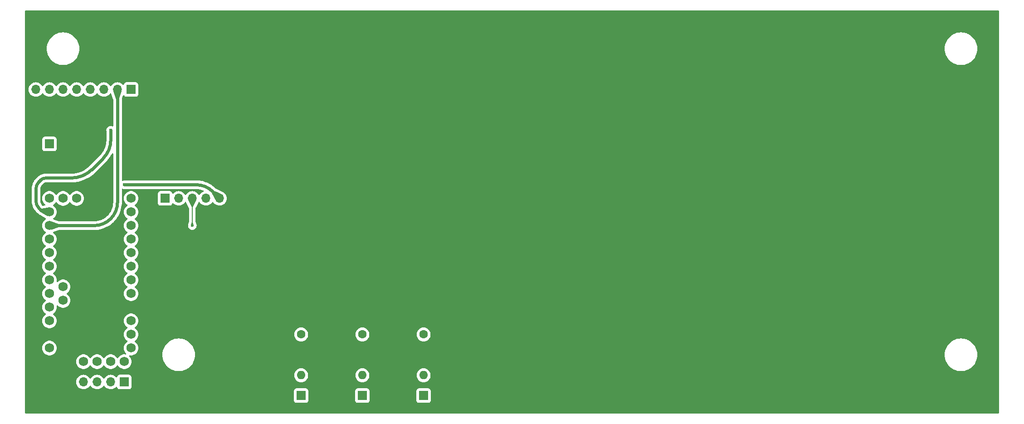
<source format=gbl>
G04 #@! TF.GenerationSoftware,KiCad,Pcbnew,7.0.11+dfsg-1*
G04 #@! TF.CreationDate,2024-03-20T20:25:49-04:00*
G04 #@! TF.ProjectId,base,62617365-2e6b-4696-9361-645f70636258,rev?*
G04 #@! TF.SameCoordinates,Original*
G04 #@! TF.FileFunction,Copper,L2,Bot*
G04 #@! TF.FilePolarity,Positive*
%FSLAX46Y46*%
G04 Gerber Fmt 4.6, Leading zero omitted, Abs format (unit mm)*
G04 Created by KiCad (PCBNEW 7.0.11+dfsg-1) date 2024-03-20 20:25:49*
%MOMM*%
%LPD*%
G01*
G04 APERTURE LIST*
G04 #@! TA.AperFunction,ComponentPad*
%ADD10C,1.600000*%
G04 #@! TD*
G04 #@! TA.AperFunction,ComponentPad*
%ADD11O,1.600000X1.600000*%
G04 #@! TD*
G04 #@! TA.AperFunction,ComponentPad*
%ADD12C,1.727200*%
G04 #@! TD*
G04 #@! TA.AperFunction,ComponentPad*
%ADD13R,1.727200X1.727200*%
G04 #@! TD*
G04 #@! TA.AperFunction,ComponentPad*
%ADD14R,1.700000X1.700000*%
G04 #@! TD*
G04 #@! TA.AperFunction,ComponentPad*
%ADD15O,1.700000X1.700000*%
G04 #@! TD*
G04 #@! TA.AperFunction,ViaPad*
%ADD16C,0.609600*%
G04 #@! TD*
G04 #@! TA.AperFunction,ViaPad*
%ADD17C,0.600000*%
G04 #@! TD*
G04 #@! TA.AperFunction,Conductor*
%ADD18C,0.609600*%
G04 #@! TD*
G04 #@! TA.AperFunction,Conductor*
%ADD19C,0.203200*%
G04 #@! TD*
G04 APERTURE END LIST*
D10*
X102870000Y-111760000D03*
D11*
X102870000Y-119380000D03*
D12*
X55880000Y-96520000D03*
X55880000Y-99060000D03*
X55880000Y-101600000D03*
X55880000Y-104140000D03*
X58420000Y-102870000D03*
X58420000Y-105410000D03*
X60960000Y-86360000D03*
X58420000Y-86360000D03*
X71120000Y-111760000D03*
X71120000Y-114300000D03*
X71120000Y-104140000D03*
X71120000Y-101600000D03*
X71120000Y-99060000D03*
X71120000Y-96520000D03*
X71120000Y-93980000D03*
X71120000Y-91440000D03*
X71120000Y-88900000D03*
X71120000Y-86360000D03*
X55880000Y-86360000D03*
X55880000Y-88900000D03*
X55880000Y-91440000D03*
X55880000Y-93980000D03*
X69850000Y-116840000D03*
D13*
X71120000Y-106680000D03*
X55880000Y-111760000D03*
X63500000Y-86360000D03*
X59690000Y-116840000D03*
X57150000Y-116840000D03*
D12*
X55880000Y-114300000D03*
X71120000Y-109220000D03*
X55880000Y-109220000D03*
X64770000Y-116840000D03*
X67310000Y-116840000D03*
X55880000Y-106680000D03*
X62230000Y-116840000D03*
D10*
X125730000Y-111760000D03*
D11*
X125730000Y-119380000D03*
D10*
X114300000Y-111760000D03*
D11*
X114300000Y-119380000D03*
D14*
X71120000Y-66040000D03*
D15*
X68580000Y-66040000D03*
X66040000Y-66040000D03*
X63500000Y-66040000D03*
X60960000Y-66040000D03*
X58420000Y-66040000D03*
X55880000Y-66040000D03*
X53340000Y-66040000D03*
D14*
X77470000Y-86360000D03*
D15*
X80010000Y-86360000D03*
X82550000Y-86360000D03*
X85090000Y-86360000D03*
X87630000Y-86360000D03*
X90170000Y-86360000D03*
D14*
X102870000Y-123190000D03*
D15*
X105410000Y-123190000D03*
D14*
X69850000Y-120650000D03*
D15*
X67310000Y-120650000D03*
X64770000Y-120650000D03*
X62230000Y-120650000D03*
X59690000Y-120650000D03*
X57150000Y-120650000D03*
D14*
X125730000Y-123190000D03*
D15*
X128270000Y-123190000D03*
D14*
X55880000Y-76200000D03*
D15*
X55880000Y-78740000D03*
D14*
X114300000Y-123190000D03*
D15*
X116840000Y-123190000D03*
D14*
X213360000Y-66040000D03*
D15*
X215900000Y-66040000D03*
X218440000Y-66040000D03*
X220980000Y-66040000D03*
X223520000Y-66040000D03*
X226060000Y-66040000D03*
X228600000Y-66040000D03*
X231140000Y-66040000D03*
D16*
X71120000Y-81280000D03*
X60960000Y-73660000D03*
X64770000Y-96520000D03*
X67310000Y-69850000D03*
X64770000Y-72390000D03*
X67310000Y-73660000D03*
X69850000Y-83820000D03*
D17*
X82550000Y-91440000D03*
D18*
X67310000Y-75565000D02*
X67310000Y-73660000D01*
X53340000Y-86731974D02*
X53340000Y-84718025D01*
X56515000Y-82550000D02*
X55245000Y-82550000D01*
X55245000Y-88900000D02*
X55880000Y-88900000D01*
X65962961Y-78817038D02*
X63823792Y-80956207D01*
X59976036Y-82550000D02*
X56515000Y-82550000D01*
X53974999Y-83184999D02*
X54160987Y-82999012D01*
X53975000Y-88265000D02*
X54160987Y-88450987D01*
X55245000Y-82549992D02*
G75*
G03*
X54160987Y-82999012I0J-1533008D01*
G01*
X53974992Y-83184992D02*
G75*
G03*
X53340000Y-84718025I1533008J-1533008D01*
G01*
X65962966Y-78817043D02*
G75*
G03*
X67310000Y-75565000I-3252066J3252043D01*
G01*
X54160992Y-88450982D02*
G75*
G03*
X55245000Y-88900000I1084008J1083982D01*
G01*
X59976036Y-82550010D02*
G75*
G03*
X63823792Y-80956207I-36J5441610D01*
G01*
X53340011Y-86731974D02*
G75*
G03*
X53975000Y-88265000I2167989J-26D01*
G01*
X68580000Y-87103948D02*
X68580000Y-66040000D01*
X64243948Y-91440000D02*
X55880000Y-91440000D01*
X64243948Y-91440020D02*
G75*
G03*
X67310000Y-90170000I-48J4336120D01*
G01*
X67309997Y-90169997D02*
G75*
G03*
X68580000Y-87103948I-3066057J3066057D01*
G01*
X86360000Y-85090000D02*
X87630000Y-86360000D01*
X83293948Y-83820000D02*
X69850000Y-83820000D01*
X86359986Y-85090014D02*
G75*
G03*
X83293948Y-83820000I-3066086J-3066086D01*
G01*
D19*
X82550000Y-91440000D02*
X82550000Y-86360000D01*
G04 #@! TA.AperFunction,Conductor*
G36*
X67722145Y-77946094D02*
G01*
X67765597Y-78000809D01*
X67774700Y-78047443D01*
X67774700Y-87100894D01*
X67774551Y-87106979D01*
X67757996Y-87443939D01*
X67756803Y-87456049D01*
X67707749Y-87786735D01*
X67705375Y-87798670D01*
X67624145Y-88122958D01*
X67620613Y-88134602D01*
X67507988Y-88449370D01*
X67503331Y-88460613D01*
X67360393Y-88762829D01*
X67354656Y-88773561D01*
X67182793Y-89060297D01*
X67176033Y-89070415D01*
X66976879Y-89338942D01*
X66969159Y-89348349D01*
X66744621Y-89596086D01*
X66736016Y-89604690D01*
X66488349Y-89829163D01*
X66478943Y-89836883D01*
X66210415Y-90036038D01*
X66200297Y-90042798D01*
X65913551Y-90214668D01*
X65902820Y-90220404D01*
X65600614Y-90363339D01*
X65589371Y-90367996D01*
X65274608Y-90480622D01*
X65262964Y-90484155D01*
X64938665Y-90565391D01*
X64926729Y-90567765D01*
X64596041Y-90616820D01*
X64583932Y-90618013D01*
X64247378Y-90634551D01*
X64241292Y-90634700D01*
X57729215Y-90634700D01*
X57687938Y-90627628D01*
X56658746Y-90264307D01*
X56602082Y-90223429D01*
X56576514Y-90158405D01*
X56590159Y-90089881D01*
X56625833Y-90050626D01*
X56624601Y-90049043D01*
X56628645Y-90045894D01*
X56628649Y-90045893D01*
X56807046Y-89907040D01*
X56960156Y-89740719D01*
X57083802Y-89551465D01*
X57174611Y-89344441D01*
X57230107Y-89125293D01*
X57248775Y-88900000D01*
X57248775Y-88899993D01*
X57235707Y-88742294D01*
X57230107Y-88674707D01*
X57174611Y-88455559D01*
X57083802Y-88248535D01*
X56960156Y-88059281D01*
X56960153Y-88059278D01*
X56960149Y-88059272D01*
X56807049Y-87892963D01*
X56807048Y-87892962D01*
X56807046Y-87892960D01*
X56628649Y-87754107D01*
X56628647Y-87754106D01*
X56628646Y-87754105D01*
X56628639Y-87754100D01*
X56600836Y-87739055D01*
X56551244Y-87689837D01*
X56536135Y-87621620D01*
X56560306Y-87556064D01*
X56600836Y-87520945D01*
X56628639Y-87505899D01*
X56628642Y-87505896D01*
X56628649Y-87505893D01*
X56807046Y-87367040D01*
X56960156Y-87200719D01*
X57046193Y-87069028D01*
X57099338Y-87023675D01*
X57168569Y-87014251D01*
X57231905Y-87043753D01*
X57253804Y-87069025D01*
X57339844Y-87200719D01*
X57339849Y-87200724D01*
X57339850Y-87200727D01*
X57492950Y-87367036D01*
X57492954Y-87367040D01*
X57671351Y-87505893D01*
X57870169Y-87613488D01*
X57870172Y-87613489D01*
X58083982Y-87686890D01*
X58083984Y-87686890D01*
X58083986Y-87686891D01*
X58306967Y-87724100D01*
X58306968Y-87724100D01*
X58533032Y-87724100D01*
X58533033Y-87724100D01*
X58756014Y-87686891D01*
X58969831Y-87613488D01*
X59168649Y-87505893D01*
X59347046Y-87367040D01*
X59500156Y-87200719D01*
X59586193Y-87069028D01*
X59639338Y-87023675D01*
X59708569Y-87014251D01*
X59771905Y-87043753D01*
X59793804Y-87069025D01*
X59879844Y-87200719D01*
X59879849Y-87200724D01*
X59879850Y-87200727D01*
X60032950Y-87367036D01*
X60032954Y-87367040D01*
X60211351Y-87505893D01*
X60410169Y-87613488D01*
X60410172Y-87613489D01*
X60623982Y-87686890D01*
X60623984Y-87686890D01*
X60623986Y-87686891D01*
X60846967Y-87724100D01*
X60846968Y-87724100D01*
X61073032Y-87724100D01*
X61073033Y-87724100D01*
X61296014Y-87686891D01*
X61509831Y-87613488D01*
X61708649Y-87505893D01*
X61887046Y-87367040D01*
X62040156Y-87200719D01*
X62163802Y-87011465D01*
X62254611Y-86804441D01*
X62310107Y-86585293D01*
X62328775Y-86360000D01*
X62328775Y-86359999D01*
X62328775Y-86359993D01*
X62310107Y-86134710D01*
X62310107Y-86134707D01*
X62254611Y-85915559D01*
X62163802Y-85708535D01*
X62141342Y-85674158D01*
X62040157Y-85519283D01*
X62040149Y-85519272D01*
X61887049Y-85352963D01*
X61887048Y-85352962D01*
X61887046Y-85352960D01*
X61708649Y-85214107D01*
X61656645Y-85185964D01*
X61509832Y-85106512D01*
X61509827Y-85106510D01*
X61296017Y-85033109D01*
X61123617Y-85004341D01*
X61073033Y-84995900D01*
X60846967Y-84995900D01*
X60802370Y-85003341D01*
X60623982Y-85033109D01*
X60410172Y-85106510D01*
X60410167Y-85106512D01*
X60211352Y-85214106D01*
X60032955Y-85352959D01*
X60032950Y-85352963D01*
X59879850Y-85519272D01*
X59879842Y-85519283D01*
X59793808Y-85650968D01*
X59740662Y-85696325D01*
X59671430Y-85705748D01*
X59608095Y-85676246D01*
X59586192Y-85650968D01*
X59500157Y-85519283D01*
X59500149Y-85519272D01*
X59347049Y-85352963D01*
X59347048Y-85352962D01*
X59347046Y-85352960D01*
X59168649Y-85214107D01*
X59116645Y-85185964D01*
X58969832Y-85106512D01*
X58969827Y-85106510D01*
X58756017Y-85033109D01*
X58583617Y-85004341D01*
X58533033Y-84995900D01*
X58306967Y-84995900D01*
X58262370Y-85003341D01*
X58083982Y-85033109D01*
X57870172Y-85106510D01*
X57870167Y-85106512D01*
X57671352Y-85214106D01*
X57492955Y-85352959D01*
X57492950Y-85352963D01*
X57339850Y-85519272D01*
X57339842Y-85519283D01*
X57253808Y-85650968D01*
X57200662Y-85696325D01*
X57131430Y-85705748D01*
X57068095Y-85676246D01*
X57046192Y-85650968D01*
X56960157Y-85519283D01*
X56960149Y-85519272D01*
X56807049Y-85352963D01*
X56807048Y-85352962D01*
X56807046Y-85352960D01*
X56628649Y-85214107D01*
X56576645Y-85185964D01*
X56429832Y-85106512D01*
X56429827Y-85106510D01*
X56216017Y-85033109D01*
X56043617Y-85004341D01*
X55993033Y-84995900D01*
X55766967Y-84995900D01*
X55722370Y-85003341D01*
X55543982Y-85033109D01*
X55330172Y-85106510D01*
X55330167Y-85106512D01*
X55131352Y-85214106D01*
X54952955Y-85352959D01*
X54952950Y-85352963D01*
X54799850Y-85519272D01*
X54799842Y-85519283D01*
X54676198Y-85708533D01*
X54585388Y-85915560D01*
X54529892Y-86134710D01*
X54511225Y-86359993D01*
X54511225Y-86360006D01*
X54529892Y-86585289D01*
X54585388Y-86804439D01*
X54676198Y-87011466D01*
X54799842Y-87200716D01*
X54799850Y-87200727D01*
X54952950Y-87367036D01*
X54952960Y-87367045D01*
X55070182Y-87458283D01*
X55110995Y-87514993D01*
X55114670Y-87584766D01*
X55080038Y-87645449D01*
X55018097Y-87677776D01*
X55015968Y-87678178D01*
X54665366Y-87741231D01*
X54595901Y-87733723D01*
X54555737Y-87706870D01*
X54547305Y-87698438D01*
X54541758Y-87692516D01*
X54432260Y-87567657D01*
X54422386Y-87554788D01*
X54332389Y-87420097D01*
X54324279Y-87406050D01*
X54252633Y-87260765D01*
X54246425Y-87245780D01*
X54194349Y-87092362D01*
X54190157Y-87076719D01*
X54158551Y-86917818D01*
X54156435Y-86901742D01*
X54145564Y-86735850D01*
X54145300Y-86727760D01*
X54145301Y-86647343D01*
X54145300Y-86647338D01*
X54145300Y-84802660D01*
X54145301Y-84802656D01*
X54145300Y-84722078D01*
X54145565Y-84713971D01*
X54156425Y-84548246D01*
X54158539Y-84532182D01*
X54190145Y-84373284D01*
X54194342Y-84357622D01*
X54220270Y-84281238D01*
X54246417Y-84204209D01*
X54252616Y-84189243D01*
X54324272Y-84043940D01*
X54332378Y-84029900D01*
X54422387Y-83895190D01*
X54432249Y-83882338D01*
X54541673Y-83757563D01*
X54547189Y-83751673D01*
X54664728Y-83634135D01*
X54664745Y-83634121D01*
X54670575Y-83628290D01*
X54670578Y-83628289D01*
X54726134Y-83572731D01*
X54735127Y-83564580D01*
X54831264Y-83485681D01*
X54851465Y-83472182D01*
X54955755Y-83416437D01*
X54978187Y-83407145D01*
X55091348Y-83372818D01*
X55115179Y-83368078D01*
X55238858Y-83355897D01*
X55251012Y-83355300D01*
X55329640Y-83355300D01*
X56469771Y-83355300D01*
X59891396Y-83355300D01*
X59891401Y-83355301D01*
X59924668Y-83355300D01*
X59924700Y-83355309D01*
X59976041Y-83355309D01*
X59976041Y-83355310D01*
X60199148Y-83355309D01*
X60644224Y-83323474D01*
X61085895Y-83259969D01*
X61085900Y-83259968D01*
X61521907Y-83165118D01*
X61572903Y-83150143D01*
X61950048Y-83039403D01*
X62368127Y-82883467D01*
X62774016Y-82698102D01*
X63165648Y-82484255D01*
X63541026Y-82243013D01*
X63898238Y-81975608D01*
X64235463Y-81683401D01*
X64393224Y-81525641D01*
X64453074Y-81465792D01*
X64453074Y-81465790D01*
X64463279Y-81455586D01*
X64463283Y-81455581D01*
X66462335Y-79456528D01*
X66462345Y-79456521D01*
X66496074Y-79422793D01*
X66496091Y-79422783D01*
X66532400Y-79386473D01*
X66532401Y-79386474D01*
X66682547Y-79236328D01*
X66958352Y-78913400D01*
X67207970Y-78569829D01*
X67429862Y-78207731D01*
X67540216Y-77991146D01*
X67588189Y-77940352D01*
X67656010Y-77923557D01*
X67722145Y-77946094D01*
G37*
G04 #@! TD.AperFunction*
G04 #@! TA.AperFunction,Conductor*
G36*
X233122539Y-51320185D02*
G01*
X233168294Y-51372989D01*
X233179500Y-51424500D01*
X233179500Y-126375500D01*
X233159815Y-126442539D01*
X233107011Y-126488294D01*
X233055500Y-126499500D01*
X51424500Y-126499500D01*
X51357461Y-126479815D01*
X51311706Y-126427011D01*
X51300500Y-126375500D01*
X51300500Y-124087870D01*
X101519500Y-124087870D01*
X101519501Y-124087876D01*
X101525908Y-124147483D01*
X101576202Y-124282328D01*
X101576206Y-124282335D01*
X101662452Y-124397544D01*
X101662455Y-124397547D01*
X101777664Y-124483793D01*
X101777671Y-124483797D01*
X101912517Y-124534091D01*
X101912516Y-124534091D01*
X101919444Y-124534835D01*
X101972127Y-124540500D01*
X103767872Y-124540499D01*
X103827483Y-124534091D01*
X103962331Y-124483796D01*
X104077546Y-124397546D01*
X104163796Y-124282331D01*
X104214091Y-124147483D01*
X104220500Y-124087873D01*
X104220500Y-124087870D01*
X112949500Y-124087870D01*
X112949501Y-124087876D01*
X112955908Y-124147483D01*
X113006202Y-124282328D01*
X113006206Y-124282335D01*
X113092452Y-124397544D01*
X113092455Y-124397547D01*
X113207664Y-124483793D01*
X113207671Y-124483797D01*
X113342517Y-124534091D01*
X113342516Y-124534091D01*
X113349444Y-124534835D01*
X113402127Y-124540500D01*
X115197872Y-124540499D01*
X115257483Y-124534091D01*
X115392331Y-124483796D01*
X115507546Y-124397546D01*
X115593796Y-124282331D01*
X115644091Y-124147483D01*
X115650500Y-124087873D01*
X115650500Y-124087870D01*
X124379500Y-124087870D01*
X124379501Y-124087876D01*
X124385908Y-124147483D01*
X124436202Y-124282328D01*
X124436206Y-124282335D01*
X124522452Y-124397544D01*
X124522455Y-124397547D01*
X124637664Y-124483793D01*
X124637671Y-124483797D01*
X124772517Y-124534091D01*
X124772516Y-124534091D01*
X124779444Y-124534835D01*
X124832127Y-124540500D01*
X126627872Y-124540499D01*
X126687483Y-124534091D01*
X126822331Y-124483796D01*
X126937546Y-124397546D01*
X127023796Y-124282331D01*
X127074091Y-124147483D01*
X127080500Y-124087873D01*
X127080499Y-122292128D01*
X127074091Y-122232517D01*
X127023796Y-122097669D01*
X127023795Y-122097668D01*
X127023793Y-122097664D01*
X126937547Y-121982455D01*
X126937544Y-121982452D01*
X126822335Y-121896206D01*
X126822328Y-121896202D01*
X126687482Y-121845908D01*
X126687483Y-121845908D01*
X126627883Y-121839501D01*
X126627881Y-121839500D01*
X126627873Y-121839500D01*
X126627864Y-121839500D01*
X124832129Y-121839500D01*
X124832123Y-121839501D01*
X124772516Y-121845908D01*
X124637671Y-121896202D01*
X124637664Y-121896206D01*
X124522455Y-121982452D01*
X124522452Y-121982455D01*
X124436206Y-122097664D01*
X124436202Y-122097671D01*
X124385908Y-122232517D01*
X124379501Y-122292116D01*
X124379501Y-122292123D01*
X124379500Y-122292135D01*
X124379500Y-124087870D01*
X115650500Y-124087870D01*
X115650499Y-122292128D01*
X115644091Y-122232517D01*
X115593796Y-122097669D01*
X115593795Y-122097668D01*
X115593793Y-122097664D01*
X115507547Y-121982455D01*
X115507544Y-121982452D01*
X115392335Y-121896206D01*
X115392328Y-121896202D01*
X115257482Y-121845908D01*
X115257483Y-121845908D01*
X115197883Y-121839501D01*
X115197881Y-121839500D01*
X115197873Y-121839500D01*
X115197864Y-121839500D01*
X113402129Y-121839500D01*
X113402123Y-121839501D01*
X113342516Y-121845908D01*
X113207671Y-121896202D01*
X113207664Y-121896206D01*
X113092455Y-121982452D01*
X113092452Y-121982455D01*
X113006206Y-122097664D01*
X113006202Y-122097671D01*
X112955908Y-122232517D01*
X112949501Y-122292116D01*
X112949501Y-122292123D01*
X112949500Y-122292135D01*
X112949500Y-124087870D01*
X104220500Y-124087870D01*
X104220499Y-122292128D01*
X104214091Y-122232517D01*
X104163796Y-122097669D01*
X104163795Y-122097668D01*
X104163793Y-122097664D01*
X104077547Y-121982455D01*
X104077544Y-121982452D01*
X103962335Y-121896206D01*
X103962328Y-121896202D01*
X103827482Y-121845908D01*
X103827483Y-121845908D01*
X103767883Y-121839501D01*
X103767881Y-121839500D01*
X103767873Y-121839500D01*
X103767864Y-121839500D01*
X101972129Y-121839500D01*
X101972123Y-121839501D01*
X101912516Y-121845908D01*
X101777671Y-121896202D01*
X101777664Y-121896206D01*
X101662455Y-121982452D01*
X101662452Y-121982455D01*
X101576206Y-122097664D01*
X101576202Y-122097671D01*
X101525908Y-122232517D01*
X101519501Y-122292116D01*
X101519501Y-122292123D01*
X101519500Y-122292135D01*
X101519500Y-124087870D01*
X51300500Y-124087870D01*
X51300500Y-120650000D01*
X60874341Y-120650000D01*
X60894936Y-120885403D01*
X60894938Y-120885413D01*
X60956094Y-121113655D01*
X60956096Y-121113659D01*
X60956097Y-121113663D01*
X60960000Y-121122032D01*
X61055965Y-121327830D01*
X61055967Y-121327834D01*
X61164281Y-121482521D01*
X61191505Y-121521401D01*
X61358599Y-121688495D01*
X61455384Y-121756265D01*
X61552165Y-121824032D01*
X61552167Y-121824033D01*
X61552170Y-121824035D01*
X61766337Y-121923903D01*
X61994592Y-121985063D01*
X62171034Y-122000500D01*
X62229999Y-122005659D01*
X62230000Y-122005659D01*
X62230001Y-122005659D01*
X62288966Y-122000500D01*
X62465408Y-121985063D01*
X62693663Y-121923903D01*
X62907830Y-121824035D01*
X63101401Y-121688495D01*
X63268495Y-121521401D01*
X63398425Y-121335842D01*
X63453002Y-121292217D01*
X63522500Y-121285023D01*
X63584855Y-121316546D01*
X63601575Y-121335842D01*
X63731500Y-121521395D01*
X63731505Y-121521401D01*
X63898599Y-121688495D01*
X63995384Y-121756265D01*
X64092165Y-121824032D01*
X64092167Y-121824033D01*
X64092170Y-121824035D01*
X64306337Y-121923903D01*
X64534592Y-121985063D01*
X64711034Y-122000500D01*
X64769999Y-122005659D01*
X64770000Y-122005659D01*
X64770001Y-122005659D01*
X64828966Y-122000500D01*
X65005408Y-121985063D01*
X65233663Y-121923903D01*
X65447830Y-121824035D01*
X65641401Y-121688495D01*
X65808495Y-121521401D01*
X65938425Y-121335842D01*
X65993002Y-121292217D01*
X66062500Y-121285023D01*
X66124855Y-121316546D01*
X66141575Y-121335842D01*
X66271500Y-121521395D01*
X66271505Y-121521401D01*
X66438599Y-121688495D01*
X66535384Y-121756265D01*
X66632165Y-121824032D01*
X66632167Y-121824033D01*
X66632170Y-121824035D01*
X66846337Y-121923903D01*
X67074592Y-121985063D01*
X67251034Y-122000500D01*
X67309999Y-122005659D01*
X67310000Y-122005659D01*
X67310001Y-122005659D01*
X67368966Y-122000500D01*
X67545408Y-121985063D01*
X67773663Y-121923903D01*
X67987830Y-121824035D01*
X68181401Y-121688495D01*
X68303329Y-121566566D01*
X68364648Y-121533084D01*
X68434340Y-121538068D01*
X68490274Y-121579939D01*
X68507189Y-121610917D01*
X68556202Y-121742328D01*
X68556206Y-121742335D01*
X68642452Y-121857544D01*
X68642455Y-121857547D01*
X68757664Y-121943793D01*
X68757671Y-121943797D01*
X68892517Y-121994091D01*
X68892516Y-121994091D01*
X68899444Y-121994835D01*
X68952127Y-122000500D01*
X70747872Y-122000499D01*
X70807483Y-121994091D01*
X70942331Y-121943796D01*
X71057546Y-121857546D01*
X71143796Y-121742331D01*
X71194091Y-121607483D01*
X71200500Y-121547873D01*
X71200499Y-119752128D01*
X71194091Y-119692517D01*
X71192810Y-119689083D01*
X71143797Y-119557671D01*
X71143793Y-119557664D01*
X71057547Y-119442455D01*
X71057544Y-119442452D01*
X70974121Y-119380001D01*
X101564532Y-119380001D01*
X101584364Y-119606686D01*
X101584366Y-119606697D01*
X101643258Y-119826488D01*
X101643261Y-119826497D01*
X101739431Y-120032732D01*
X101739432Y-120032734D01*
X101869954Y-120219141D01*
X102030858Y-120380045D01*
X102030861Y-120380047D01*
X102217266Y-120510568D01*
X102423504Y-120606739D01*
X102643308Y-120665635D01*
X102805230Y-120679801D01*
X102869998Y-120685468D01*
X102870000Y-120685468D01*
X102870002Y-120685468D01*
X102926673Y-120680509D01*
X103096692Y-120665635D01*
X103316496Y-120606739D01*
X103522734Y-120510568D01*
X103709139Y-120380047D01*
X103870047Y-120219139D01*
X104000568Y-120032734D01*
X104096739Y-119826496D01*
X104155635Y-119606692D01*
X104175468Y-119380001D01*
X112994532Y-119380001D01*
X113014364Y-119606686D01*
X113014366Y-119606697D01*
X113073258Y-119826488D01*
X113073261Y-119826497D01*
X113169431Y-120032732D01*
X113169432Y-120032734D01*
X113299954Y-120219141D01*
X113460858Y-120380045D01*
X113460861Y-120380047D01*
X113647266Y-120510568D01*
X113853504Y-120606739D01*
X114073308Y-120665635D01*
X114235230Y-120679801D01*
X114299998Y-120685468D01*
X114300000Y-120685468D01*
X114300002Y-120685468D01*
X114356673Y-120680509D01*
X114526692Y-120665635D01*
X114746496Y-120606739D01*
X114952734Y-120510568D01*
X115139139Y-120380047D01*
X115300047Y-120219139D01*
X115430568Y-120032734D01*
X115526739Y-119826496D01*
X115585635Y-119606692D01*
X115605468Y-119380001D01*
X124424532Y-119380001D01*
X124444364Y-119606686D01*
X124444366Y-119606697D01*
X124503258Y-119826488D01*
X124503261Y-119826497D01*
X124599431Y-120032732D01*
X124599432Y-120032734D01*
X124729954Y-120219141D01*
X124890858Y-120380045D01*
X124890861Y-120380047D01*
X125077266Y-120510568D01*
X125283504Y-120606739D01*
X125503308Y-120665635D01*
X125665230Y-120679801D01*
X125729998Y-120685468D01*
X125730000Y-120685468D01*
X125730002Y-120685468D01*
X125786673Y-120680509D01*
X125956692Y-120665635D01*
X126176496Y-120606739D01*
X126382734Y-120510568D01*
X126569139Y-120380047D01*
X126730047Y-120219139D01*
X126860568Y-120032734D01*
X126956739Y-119826496D01*
X127015635Y-119606692D01*
X127035468Y-119380000D01*
X127015635Y-119153308D01*
X126956739Y-118933504D01*
X126860568Y-118727266D01*
X126730047Y-118540861D01*
X126730045Y-118540858D01*
X126569141Y-118379954D01*
X126382734Y-118249432D01*
X126382732Y-118249431D01*
X126176497Y-118153261D01*
X126176488Y-118153258D01*
X125956697Y-118094366D01*
X125956693Y-118094365D01*
X125956692Y-118094365D01*
X125956691Y-118094364D01*
X125956686Y-118094364D01*
X125730002Y-118074532D01*
X125729998Y-118074532D01*
X125503313Y-118094364D01*
X125503302Y-118094366D01*
X125283511Y-118153258D01*
X125283502Y-118153261D01*
X125077267Y-118249431D01*
X125077265Y-118249432D01*
X124890858Y-118379954D01*
X124729954Y-118540858D01*
X124599432Y-118727265D01*
X124599431Y-118727267D01*
X124503261Y-118933502D01*
X124503258Y-118933511D01*
X124444366Y-119153302D01*
X124444364Y-119153313D01*
X124424532Y-119379998D01*
X124424532Y-119380001D01*
X115605468Y-119380001D01*
X115605468Y-119380000D01*
X115585635Y-119153308D01*
X115526739Y-118933504D01*
X115430568Y-118727266D01*
X115300047Y-118540861D01*
X115300045Y-118540858D01*
X115139141Y-118379954D01*
X114952734Y-118249432D01*
X114952732Y-118249431D01*
X114746497Y-118153261D01*
X114746488Y-118153258D01*
X114526697Y-118094366D01*
X114526693Y-118094365D01*
X114526692Y-118094365D01*
X114526691Y-118094364D01*
X114526686Y-118094364D01*
X114300002Y-118074532D01*
X114299998Y-118074532D01*
X114073313Y-118094364D01*
X114073302Y-118094366D01*
X113853511Y-118153258D01*
X113853502Y-118153261D01*
X113647267Y-118249431D01*
X113647265Y-118249432D01*
X113460858Y-118379954D01*
X113299954Y-118540858D01*
X113169432Y-118727265D01*
X113169431Y-118727267D01*
X113073261Y-118933502D01*
X113073258Y-118933511D01*
X113014366Y-119153302D01*
X113014364Y-119153313D01*
X112994532Y-119379998D01*
X112994532Y-119380001D01*
X104175468Y-119380001D01*
X104175468Y-119380000D01*
X104155635Y-119153308D01*
X104096739Y-118933504D01*
X104000568Y-118727266D01*
X103870047Y-118540861D01*
X103870045Y-118540858D01*
X103709141Y-118379954D01*
X103522734Y-118249432D01*
X103522732Y-118249431D01*
X103316497Y-118153261D01*
X103316488Y-118153258D01*
X103096697Y-118094366D01*
X103096693Y-118094365D01*
X103096692Y-118094365D01*
X103096691Y-118094364D01*
X103096686Y-118094364D01*
X102870002Y-118074532D01*
X102869998Y-118074532D01*
X102643313Y-118094364D01*
X102643302Y-118094366D01*
X102423511Y-118153258D01*
X102423502Y-118153261D01*
X102217267Y-118249431D01*
X102217265Y-118249432D01*
X102030858Y-118379954D01*
X101869954Y-118540858D01*
X101739432Y-118727265D01*
X101739431Y-118727267D01*
X101643261Y-118933502D01*
X101643258Y-118933511D01*
X101584366Y-119153302D01*
X101584364Y-119153313D01*
X101564532Y-119379998D01*
X101564532Y-119380001D01*
X70974121Y-119380001D01*
X70942335Y-119356206D01*
X70942328Y-119356202D01*
X70807482Y-119305908D01*
X70807483Y-119305908D01*
X70747883Y-119299501D01*
X70747881Y-119299500D01*
X70747873Y-119299500D01*
X70747864Y-119299500D01*
X68952129Y-119299500D01*
X68952123Y-119299501D01*
X68892516Y-119305908D01*
X68757671Y-119356202D01*
X68757664Y-119356206D01*
X68642455Y-119442452D01*
X68642452Y-119442455D01*
X68556206Y-119557664D01*
X68556203Y-119557669D01*
X68507189Y-119689083D01*
X68465317Y-119745016D01*
X68399853Y-119769433D01*
X68331580Y-119754581D01*
X68303326Y-119733430D01*
X68181402Y-119611506D01*
X68181395Y-119611501D01*
X67987834Y-119475967D01*
X67987830Y-119475965D01*
X67987828Y-119475964D01*
X67773663Y-119376097D01*
X67773659Y-119376096D01*
X67773655Y-119376094D01*
X67545413Y-119314938D01*
X67545403Y-119314936D01*
X67310001Y-119294341D01*
X67309999Y-119294341D01*
X67074596Y-119314936D01*
X67074586Y-119314938D01*
X66846344Y-119376094D01*
X66846335Y-119376098D01*
X66632171Y-119475964D01*
X66632169Y-119475965D01*
X66438597Y-119611505D01*
X66271505Y-119778597D01*
X66141575Y-119964158D01*
X66086998Y-120007783D01*
X66017500Y-120014977D01*
X65955145Y-119983454D01*
X65938425Y-119964158D01*
X65808494Y-119778597D01*
X65641402Y-119611506D01*
X65641395Y-119611501D01*
X65447834Y-119475967D01*
X65447830Y-119475965D01*
X65447828Y-119475964D01*
X65233663Y-119376097D01*
X65233659Y-119376096D01*
X65233655Y-119376094D01*
X65005413Y-119314938D01*
X65005403Y-119314936D01*
X64770001Y-119294341D01*
X64769999Y-119294341D01*
X64534596Y-119314936D01*
X64534586Y-119314938D01*
X64306344Y-119376094D01*
X64306335Y-119376098D01*
X64092171Y-119475964D01*
X64092169Y-119475965D01*
X63898597Y-119611505D01*
X63731505Y-119778597D01*
X63601575Y-119964158D01*
X63546998Y-120007783D01*
X63477500Y-120014977D01*
X63415145Y-119983454D01*
X63398425Y-119964158D01*
X63268494Y-119778597D01*
X63101402Y-119611506D01*
X63101395Y-119611501D01*
X62907834Y-119475967D01*
X62907830Y-119475965D01*
X62907828Y-119475964D01*
X62693663Y-119376097D01*
X62693659Y-119376096D01*
X62693655Y-119376094D01*
X62465413Y-119314938D01*
X62465403Y-119314936D01*
X62230001Y-119294341D01*
X62229999Y-119294341D01*
X61994596Y-119314936D01*
X61994586Y-119314938D01*
X61766344Y-119376094D01*
X61766335Y-119376098D01*
X61552171Y-119475964D01*
X61552169Y-119475965D01*
X61358597Y-119611505D01*
X61191505Y-119778597D01*
X61055965Y-119972169D01*
X61055964Y-119972171D01*
X60956098Y-120186335D01*
X60956094Y-120186344D01*
X60894938Y-120414586D01*
X60894936Y-120414596D01*
X60874341Y-120649999D01*
X60874341Y-120650000D01*
X51300500Y-120650000D01*
X51300500Y-116840006D01*
X60861225Y-116840006D01*
X60879892Y-117065289D01*
X60935388Y-117284439D01*
X61026198Y-117491466D01*
X61149842Y-117680716D01*
X61149850Y-117680727D01*
X61302950Y-117847036D01*
X61302954Y-117847040D01*
X61481351Y-117985893D01*
X61680169Y-118093488D01*
X61680172Y-118093489D01*
X61893982Y-118166890D01*
X61893984Y-118166890D01*
X61893986Y-118166891D01*
X62116967Y-118204100D01*
X62116968Y-118204100D01*
X62343032Y-118204100D01*
X62343033Y-118204100D01*
X62566014Y-118166891D01*
X62779831Y-118093488D01*
X62978649Y-117985893D01*
X63157046Y-117847040D01*
X63310156Y-117680719D01*
X63396193Y-117549028D01*
X63449338Y-117503675D01*
X63518569Y-117494251D01*
X63581905Y-117523753D01*
X63603804Y-117549025D01*
X63689844Y-117680719D01*
X63689849Y-117680724D01*
X63689850Y-117680727D01*
X63842950Y-117847036D01*
X63842954Y-117847040D01*
X64021351Y-117985893D01*
X64220169Y-118093488D01*
X64220172Y-118093489D01*
X64433982Y-118166890D01*
X64433984Y-118166890D01*
X64433986Y-118166891D01*
X64656967Y-118204100D01*
X64656968Y-118204100D01*
X64883032Y-118204100D01*
X64883033Y-118204100D01*
X65106014Y-118166891D01*
X65319831Y-118093488D01*
X65518649Y-117985893D01*
X65697046Y-117847040D01*
X65850156Y-117680719D01*
X65936193Y-117549028D01*
X65989338Y-117503675D01*
X66058569Y-117494251D01*
X66121905Y-117523753D01*
X66143804Y-117549025D01*
X66229844Y-117680719D01*
X66229849Y-117680724D01*
X66229850Y-117680727D01*
X66382950Y-117847036D01*
X66382954Y-117847040D01*
X66561351Y-117985893D01*
X66760169Y-118093488D01*
X66760172Y-118093489D01*
X66973982Y-118166890D01*
X66973984Y-118166890D01*
X66973986Y-118166891D01*
X67196967Y-118204100D01*
X67196968Y-118204100D01*
X67423032Y-118204100D01*
X67423033Y-118204100D01*
X67646014Y-118166891D01*
X67859831Y-118093488D01*
X68058649Y-117985893D01*
X68237046Y-117847040D01*
X68390156Y-117680719D01*
X68476193Y-117549028D01*
X68529338Y-117503675D01*
X68598569Y-117494251D01*
X68661905Y-117523753D01*
X68683804Y-117549025D01*
X68769844Y-117680719D01*
X68769849Y-117680724D01*
X68769850Y-117680727D01*
X68922950Y-117847036D01*
X68922954Y-117847040D01*
X69101351Y-117985893D01*
X69300169Y-118093488D01*
X69300172Y-118093489D01*
X69513982Y-118166890D01*
X69513984Y-118166890D01*
X69513986Y-118166891D01*
X69736967Y-118204100D01*
X69736968Y-118204100D01*
X69963032Y-118204100D01*
X69963033Y-118204100D01*
X70186014Y-118166891D01*
X70399831Y-118093488D01*
X70598649Y-117985893D01*
X70777046Y-117847040D01*
X70930156Y-117680719D01*
X71053802Y-117491465D01*
X71144611Y-117284441D01*
X71200107Y-117065293D01*
X71214524Y-116891302D01*
X71218775Y-116840006D01*
X71218775Y-116839993D01*
X71205707Y-116682294D01*
X71200107Y-116614707D01*
X71144611Y-116395559D01*
X71053802Y-116188535D01*
X70930156Y-115999281D01*
X70796289Y-115853863D01*
X70765368Y-115791211D01*
X70773228Y-115721785D01*
X70817375Y-115667629D01*
X70883792Y-115645938D01*
X70907923Y-115647572D01*
X71006967Y-115664100D01*
X71006968Y-115664100D01*
X71233032Y-115664100D01*
X71233033Y-115664100D01*
X71456014Y-115626891D01*
X71621733Y-115570000D01*
X76964709Y-115570000D01*
X76983856Y-115910959D01*
X76983858Y-115910971D01*
X77041060Y-116247637D01*
X77041062Y-116247646D01*
X77083676Y-116395560D01*
X77135601Y-116575796D01*
X77239221Y-116825956D01*
X77266287Y-116891300D01*
X77431480Y-117190196D01*
X77431483Y-117190201D01*
X77629092Y-117468703D01*
X77629096Y-117468708D01*
X77856654Y-117723346D01*
X78111292Y-117950904D01*
X78111295Y-117950906D01*
X78111296Y-117950907D01*
X78389798Y-118148516D01*
X78389803Y-118148519D01*
X78389806Y-118148520D01*
X78389808Y-118148522D01*
X78688698Y-118313712D01*
X79004204Y-118444399D01*
X79332359Y-118538939D01*
X79669036Y-118596143D01*
X80010000Y-118615291D01*
X80350964Y-118596143D01*
X80687641Y-118538939D01*
X81015796Y-118444399D01*
X81331302Y-118313712D01*
X81630192Y-118148522D01*
X81630197Y-118148518D01*
X81630201Y-118148516D01*
X81745310Y-118066840D01*
X81908708Y-117950904D01*
X82163346Y-117723346D01*
X82390904Y-117468708D01*
X82521650Y-117284439D01*
X82588516Y-117190201D01*
X82588519Y-117190196D01*
X82588522Y-117190192D01*
X82753712Y-116891302D01*
X82884399Y-116575796D01*
X82978939Y-116247641D01*
X83036143Y-115910964D01*
X83055291Y-115570000D01*
X223014709Y-115570000D01*
X223033856Y-115910959D01*
X223033858Y-115910971D01*
X223091060Y-116247637D01*
X223091062Y-116247646D01*
X223133676Y-116395560D01*
X223185601Y-116575796D01*
X223289221Y-116825956D01*
X223316287Y-116891300D01*
X223481480Y-117190196D01*
X223481483Y-117190201D01*
X223679092Y-117468703D01*
X223679096Y-117468708D01*
X223906654Y-117723346D01*
X224161292Y-117950904D01*
X224161295Y-117950906D01*
X224161296Y-117950907D01*
X224439798Y-118148516D01*
X224439803Y-118148519D01*
X224439806Y-118148520D01*
X224439808Y-118148522D01*
X224738698Y-118313712D01*
X225054204Y-118444399D01*
X225382359Y-118538939D01*
X225719036Y-118596143D01*
X226060000Y-118615291D01*
X226400964Y-118596143D01*
X226737641Y-118538939D01*
X227065796Y-118444399D01*
X227381302Y-118313712D01*
X227680192Y-118148522D01*
X227680197Y-118148518D01*
X227680201Y-118148516D01*
X227795310Y-118066840D01*
X227958708Y-117950904D01*
X228213346Y-117723346D01*
X228440904Y-117468708D01*
X228571650Y-117284439D01*
X228638516Y-117190201D01*
X228638519Y-117190196D01*
X228638522Y-117190192D01*
X228803712Y-116891302D01*
X228934399Y-116575796D01*
X229028939Y-116247641D01*
X229086143Y-115910964D01*
X229105291Y-115570000D01*
X229086143Y-115229036D01*
X229028939Y-114892359D01*
X228934399Y-114564204D01*
X228803712Y-114248698D01*
X228638522Y-113949808D01*
X228638520Y-113949806D01*
X228638519Y-113949803D01*
X228638516Y-113949798D01*
X228440907Y-113671296D01*
X228440906Y-113671295D01*
X228440904Y-113671292D01*
X228213346Y-113416654D01*
X227958708Y-113189096D01*
X227958705Y-113189094D01*
X227958703Y-113189092D01*
X227680201Y-112991483D01*
X227680196Y-112991480D01*
X227381300Y-112826287D01*
X227315956Y-112799221D01*
X227065796Y-112695601D01*
X226981448Y-112671300D01*
X226737646Y-112601062D01*
X226737637Y-112601060D01*
X226400971Y-112543858D01*
X226400959Y-112543856D01*
X226060000Y-112524709D01*
X225719040Y-112543856D01*
X225719028Y-112543858D01*
X225382362Y-112601060D01*
X225382353Y-112601062D01*
X225054207Y-112695600D01*
X225054204Y-112695601D01*
X224961796Y-112733877D01*
X224738699Y-112826287D01*
X224439803Y-112991480D01*
X224439798Y-112991483D01*
X224161296Y-113189092D01*
X223906654Y-113416654D01*
X223679092Y-113671296D01*
X223481483Y-113949798D01*
X223481480Y-113949803D01*
X223316287Y-114248699D01*
X223223877Y-114471796D01*
X223201719Y-114525293D01*
X223185600Y-114564207D01*
X223091062Y-114892353D01*
X223091060Y-114892362D01*
X223033858Y-115229028D01*
X223033856Y-115229040D01*
X223014709Y-115570000D01*
X83055291Y-115570000D01*
X83036143Y-115229036D01*
X82978939Y-114892359D01*
X82884399Y-114564204D01*
X82753712Y-114248698D01*
X82588522Y-113949808D01*
X82588520Y-113949806D01*
X82588519Y-113949803D01*
X82588516Y-113949798D01*
X82390907Y-113671296D01*
X82390906Y-113671295D01*
X82390904Y-113671292D01*
X82163346Y-113416654D01*
X81908708Y-113189096D01*
X81908705Y-113189094D01*
X81908703Y-113189092D01*
X81630201Y-112991483D01*
X81630196Y-112991480D01*
X81331300Y-112826287D01*
X81265956Y-112799221D01*
X81015796Y-112695601D01*
X80931448Y-112671300D01*
X80687646Y-112601062D01*
X80687637Y-112601060D01*
X80350971Y-112543858D01*
X80350959Y-112543856D01*
X80010000Y-112524709D01*
X79669040Y-112543856D01*
X79669028Y-112543858D01*
X79332362Y-112601060D01*
X79332353Y-112601062D01*
X79004207Y-112695600D01*
X79004204Y-112695601D01*
X78911796Y-112733877D01*
X78688699Y-112826287D01*
X78389803Y-112991480D01*
X78389798Y-112991483D01*
X78111296Y-113189092D01*
X77856654Y-113416654D01*
X77629092Y-113671296D01*
X77431483Y-113949798D01*
X77431480Y-113949803D01*
X77266287Y-114248699D01*
X77173877Y-114471796D01*
X77151719Y-114525293D01*
X77135600Y-114564207D01*
X77041062Y-114892353D01*
X77041060Y-114892362D01*
X76983858Y-115229028D01*
X76983856Y-115229040D01*
X76964709Y-115570000D01*
X71621733Y-115570000D01*
X71669831Y-115553488D01*
X71868649Y-115445893D01*
X72047046Y-115307040D01*
X72200156Y-115140719D01*
X72323802Y-114951465D01*
X72414611Y-114744441D01*
X72470107Y-114525293D01*
X72488775Y-114300000D01*
X72488775Y-114299993D01*
X72470107Y-114074710D01*
X72470107Y-114074707D01*
X72414611Y-113855559D01*
X72323802Y-113648535D01*
X72200156Y-113459281D01*
X72200153Y-113459278D01*
X72200149Y-113459272D01*
X72047049Y-113292963D01*
X72047048Y-113292962D01*
X72047046Y-113292960D01*
X71868649Y-113154107D01*
X71868647Y-113154106D01*
X71868646Y-113154105D01*
X71868639Y-113154100D01*
X71840836Y-113139055D01*
X71791244Y-113089837D01*
X71776135Y-113021620D01*
X71800306Y-112956064D01*
X71840836Y-112920945D01*
X71868639Y-112905899D01*
X71868642Y-112905896D01*
X71868649Y-112905893D01*
X72047046Y-112767040D01*
X72146832Y-112658643D01*
X72200149Y-112600727D01*
X72200150Y-112600725D01*
X72200156Y-112600719D01*
X72323802Y-112411465D01*
X72414611Y-112204441D01*
X72470107Y-111985293D01*
X72488775Y-111760001D01*
X101564532Y-111760001D01*
X101584364Y-111986686D01*
X101584366Y-111986697D01*
X101643258Y-112206488D01*
X101643261Y-112206497D01*
X101739431Y-112412732D01*
X101739432Y-112412734D01*
X101869954Y-112599141D01*
X102030858Y-112760045D01*
X102030861Y-112760047D01*
X102217266Y-112890568D01*
X102423504Y-112986739D01*
X102423509Y-112986740D01*
X102423511Y-112986741D01*
X102441209Y-112991483D01*
X102643308Y-113045635D01*
X102805230Y-113059801D01*
X102869998Y-113065468D01*
X102870000Y-113065468D01*
X102870002Y-113065468D01*
X102926673Y-113060509D01*
X103096692Y-113045635D01*
X103316496Y-112986739D01*
X103522734Y-112890568D01*
X103709139Y-112760047D01*
X103870047Y-112599139D01*
X104000568Y-112412734D01*
X104096739Y-112206496D01*
X104155635Y-111986692D01*
X104172634Y-111792384D01*
X104175468Y-111760001D01*
X112994532Y-111760001D01*
X113014364Y-111986686D01*
X113014366Y-111986697D01*
X113073258Y-112206488D01*
X113073261Y-112206497D01*
X113169431Y-112412732D01*
X113169432Y-112412734D01*
X113299954Y-112599141D01*
X113460858Y-112760045D01*
X113460861Y-112760047D01*
X113647266Y-112890568D01*
X113853504Y-112986739D01*
X113853509Y-112986740D01*
X113853511Y-112986741D01*
X113871209Y-112991483D01*
X114073308Y-113045635D01*
X114235230Y-113059801D01*
X114299998Y-113065468D01*
X114300000Y-113065468D01*
X114300002Y-113065468D01*
X114356673Y-113060509D01*
X114526692Y-113045635D01*
X114746496Y-112986739D01*
X114952734Y-112890568D01*
X115139139Y-112760047D01*
X115300047Y-112599139D01*
X115430568Y-112412734D01*
X115526739Y-112206496D01*
X115585635Y-111986692D01*
X115602634Y-111792384D01*
X115605468Y-111760001D01*
X124424532Y-111760001D01*
X124444364Y-111986686D01*
X124444366Y-111986697D01*
X124503258Y-112206488D01*
X124503261Y-112206497D01*
X124599431Y-112412732D01*
X124599432Y-112412734D01*
X124729954Y-112599141D01*
X124890858Y-112760045D01*
X124890861Y-112760047D01*
X125077266Y-112890568D01*
X125283504Y-112986739D01*
X125283509Y-112986740D01*
X125283511Y-112986741D01*
X125301209Y-112991483D01*
X125503308Y-113045635D01*
X125665230Y-113059801D01*
X125729998Y-113065468D01*
X125730000Y-113065468D01*
X125730002Y-113065468D01*
X125786673Y-113060509D01*
X125956692Y-113045635D01*
X126176496Y-112986739D01*
X126382734Y-112890568D01*
X126569139Y-112760047D01*
X126730047Y-112599139D01*
X126860568Y-112412734D01*
X126956739Y-112206496D01*
X127015635Y-111986692D01*
X127032634Y-111792384D01*
X127035468Y-111760001D01*
X127035468Y-111759998D01*
X127029801Y-111695230D01*
X127015635Y-111533308D01*
X126956739Y-111313504D01*
X126860568Y-111107266D01*
X126730047Y-110920861D01*
X126730045Y-110920858D01*
X126569141Y-110759954D01*
X126382734Y-110629432D01*
X126382732Y-110629431D01*
X126176497Y-110533261D01*
X126176488Y-110533258D01*
X125956697Y-110474366D01*
X125956693Y-110474365D01*
X125956692Y-110474365D01*
X125956691Y-110474364D01*
X125956686Y-110474364D01*
X125730002Y-110454532D01*
X125729998Y-110454532D01*
X125503313Y-110474364D01*
X125503302Y-110474366D01*
X125283511Y-110533258D01*
X125283502Y-110533261D01*
X125077267Y-110629431D01*
X125077265Y-110629432D01*
X124890858Y-110759954D01*
X124729954Y-110920858D01*
X124599432Y-111107265D01*
X124599431Y-111107267D01*
X124503261Y-111313502D01*
X124503258Y-111313511D01*
X124444366Y-111533302D01*
X124444364Y-111533313D01*
X124424532Y-111759998D01*
X124424532Y-111760001D01*
X115605468Y-111760001D01*
X115605468Y-111759998D01*
X115599801Y-111695230D01*
X115585635Y-111533308D01*
X115526739Y-111313504D01*
X115430568Y-111107266D01*
X115300047Y-110920861D01*
X115300045Y-110920858D01*
X115139141Y-110759954D01*
X114952734Y-110629432D01*
X114952732Y-110629431D01*
X114746497Y-110533261D01*
X114746488Y-110533258D01*
X114526697Y-110474366D01*
X114526693Y-110474365D01*
X114526692Y-110474365D01*
X114526691Y-110474364D01*
X114526686Y-110474364D01*
X114300002Y-110454532D01*
X114299998Y-110454532D01*
X114073313Y-110474364D01*
X114073302Y-110474366D01*
X113853511Y-110533258D01*
X113853502Y-110533261D01*
X113647267Y-110629431D01*
X113647265Y-110629432D01*
X113460858Y-110759954D01*
X113299954Y-110920858D01*
X113169432Y-111107265D01*
X113169431Y-111107267D01*
X113073261Y-111313502D01*
X113073258Y-111313511D01*
X113014366Y-111533302D01*
X113014364Y-111533313D01*
X112994532Y-111759998D01*
X112994532Y-111760001D01*
X104175468Y-111760001D01*
X104175468Y-111759998D01*
X104169801Y-111695230D01*
X104155635Y-111533308D01*
X104096739Y-111313504D01*
X104000568Y-111107266D01*
X103870047Y-110920861D01*
X103870045Y-110920858D01*
X103709141Y-110759954D01*
X103522734Y-110629432D01*
X103522732Y-110629431D01*
X103316497Y-110533261D01*
X103316488Y-110533258D01*
X103096697Y-110474366D01*
X103096693Y-110474365D01*
X103096692Y-110474365D01*
X103096691Y-110474364D01*
X103096686Y-110474364D01*
X102870002Y-110454532D01*
X102869998Y-110454532D01*
X102643313Y-110474364D01*
X102643302Y-110474366D01*
X102423511Y-110533258D01*
X102423502Y-110533261D01*
X102217267Y-110629431D01*
X102217265Y-110629432D01*
X102030858Y-110759954D01*
X101869954Y-110920858D01*
X101739432Y-111107265D01*
X101739431Y-111107267D01*
X101643261Y-111313502D01*
X101643258Y-111313511D01*
X101584366Y-111533302D01*
X101584364Y-111533313D01*
X101564532Y-111759998D01*
X101564532Y-111760001D01*
X72488775Y-111760001D01*
X72488775Y-111760000D01*
X72488775Y-111759998D01*
X72488775Y-111759993D01*
X72470107Y-111534710D01*
X72470107Y-111534707D01*
X72414611Y-111315559D01*
X72323802Y-111108535D01*
X72322972Y-111107265D01*
X72200157Y-110919283D01*
X72200149Y-110919272D01*
X72047049Y-110752963D01*
X72047048Y-110752962D01*
X72047046Y-110752960D01*
X71868649Y-110614107D01*
X71868647Y-110614106D01*
X71868646Y-110614105D01*
X71868639Y-110614100D01*
X71840836Y-110599055D01*
X71791244Y-110549837D01*
X71776135Y-110481620D01*
X71800306Y-110416064D01*
X71840836Y-110380945D01*
X71868639Y-110365899D01*
X71868642Y-110365896D01*
X71868649Y-110365893D01*
X72047046Y-110227040D01*
X72200156Y-110060719D01*
X72323802Y-109871465D01*
X72414611Y-109664441D01*
X72470107Y-109445293D01*
X72488775Y-109220000D01*
X72488775Y-109219993D01*
X72470107Y-108994710D01*
X72470107Y-108994707D01*
X72414611Y-108775559D01*
X72323802Y-108568535D01*
X72200156Y-108379281D01*
X72200153Y-108379278D01*
X72200149Y-108379272D01*
X72047049Y-108212963D01*
X72047048Y-108212962D01*
X72047046Y-108212960D01*
X71868649Y-108074107D01*
X71749889Y-108009837D01*
X71669832Y-107966512D01*
X71669827Y-107966510D01*
X71456017Y-107893109D01*
X71288778Y-107865202D01*
X71233033Y-107855900D01*
X71006967Y-107855900D01*
X70962370Y-107863341D01*
X70783982Y-107893109D01*
X70570172Y-107966510D01*
X70570167Y-107966512D01*
X70371352Y-108074106D01*
X70192955Y-108212959D01*
X70192950Y-108212963D01*
X70039850Y-108379272D01*
X70039842Y-108379283D01*
X69916198Y-108568533D01*
X69825388Y-108775560D01*
X69769892Y-108994710D01*
X69751225Y-109219993D01*
X69751225Y-109220006D01*
X69769892Y-109445289D01*
X69825388Y-109664439D01*
X69916198Y-109871466D01*
X70039842Y-110060716D01*
X70039850Y-110060727D01*
X70192950Y-110227036D01*
X70192954Y-110227040D01*
X70371351Y-110365893D01*
X70399165Y-110380945D01*
X70448755Y-110430165D01*
X70463863Y-110498382D01*
X70439692Y-110563937D01*
X70399165Y-110599055D01*
X70371352Y-110614106D01*
X70192955Y-110752959D01*
X70192950Y-110752963D01*
X70039850Y-110919272D01*
X70039842Y-110919283D01*
X69916198Y-111108533D01*
X69825388Y-111315560D01*
X69769892Y-111534710D01*
X69751225Y-111759993D01*
X69751225Y-111760006D01*
X69769892Y-111985289D01*
X69825388Y-112204439D01*
X69916198Y-112411466D01*
X70039842Y-112600716D01*
X70039850Y-112600727D01*
X70186516Y-112760047D01*
X70192954Y-112767040D01*
X70371351Y-112905893D01*
X70399165Y-112920945D01*
X70448755Y-112970165D01*
X70463863Y-113038382D01*
X70439692Y-113103937D01*
X70399165Y-113139055D01*
X70371352Y-113154106D01*
X70192955Y-113292959D01*
X70192950Y-113292963D01*
X70039850Y-113459272D01*
X70039842Y-113459283D01*
X69916198Y-113648533D01*
X69825388Y-113855560D01*
X69769892Y-114074710D01*
X69751225Y-114299993D01*
X69751225Y-114300006D01*
X69769892Y-114525289D01*
X69825388Y-114744439D01*
X69916198Y-114951466D01*
X70039842Y-115140716D01*
X70039845Y-115140720D01*
X70173709Y-115286134D01*
X70204631Y-115348788D01*
X70196771Y-115418214D01*
X70152624Y-115472370D01*
X70086207Y-115494061D01*
X70062070Y-115492426D01*
X69963033Y-115475900D01*
X69736967Y-115475900D01*
X69692370Y-115483341D01*
X69513982Y-115513109D01*
X69300172Y-115586510D01*
X69300167Y-115586512D01*
X69101352Y-115694106D01*
X68922955Y-115832959D01*
X68922950Y-115832963D01*
X68769850Y-115999272D01*
X68769842Y-115999283D01*
X68683808Y-116130968D01*
X68630662Y-116176325D01*
X68561430Y-116185748D01*
X68498095Y-116156246D01*
X68476192Y-116130968D01*
X68390157Y-115999283D01*
X68390149Y-115999272D01*
X68237049Y-115832963D01*
X68237048Y-115832962D01*
X68237046Y-115832960D01*
X68058649Y-115694107D01*
X67934445Y-115626891D01*
X67859832Y-115586512D01*
X67859827Y-115586510D01*
X67646017Y-115513109D01*
X67478778Y-115485202D01*
X67423033Y-115475900D01*
X67196967Y-115475900D01*
X67152370Y-115483341D01*
X66973982Y-115513109D01*
X66760172Y-115586510D01*
X66760167Y-115586512D01*
X66561352Y-115694106D01*
X66382955Y-115832959D01*
X66382950Y-115832963D01*
X66229850Y-115999272D01*
X66229842Y-115999283D01*
X66143808Y-116130968D01*
X66090662Y-116176325D01*
X66021430Y-116185748D01*
X65958095Y-116156246D01*
X65936192Y-116130968D01*
X65850157Y-115999283D01*
X65850149Y-115999272D01*
X65697049Y-115832963D01*
X65697048Y-115832962D01*
X65697046Y-115832960D01*
X65518649Y-115694107D01*
X65394445Y-115626891D01*
X65319832Y-115586512D01*
X65319827Y-115586510D01*
X65106017Y-115513109D01*
X64938778Y-115485202D01*
X64883033Y-115475900D01*
X64656967Y-115475900D01*
X64612370Y-115483341D01*
X64433982Y-115513109D01*
X64220172Y-115586510D01*
X64220167Y-115586512D01*
X64021352Y-115694106D01*
X63842955Y-115832959D01*
X63842950Y-115832963D01*
X63689850Y-115999272D01*
X63689842Y-115999283D01*
X63603808Y-116130968D01*
X63550662Y-116176325D01*
X63481430Y-116185748D01*
X63418095Y-116156246D01*
X63396192Y-116130968D01*
X63310157Y-115999283D01*
X63310149Y-115999272D01*
X63157049Y-115832963D01*
X63157048Y-115832962D01*
X63157046Y-115832960D01*
X62978649Y-115694107D01*
X62854445Y-115626891D01*
X62779832Y-115586512D01*
X62779827Y-115586510D01*
X62566017Y-115513109D01*
X62398778Y-115485202D01*
X62343033Y-115475900D01*
X62116967Y-115475900D01*
X62072370Y-115483341D01*
X61893982Y-115513109D01*
X61680172Y-115586510D01*
X61680167Y-115586512D01*
X61481352Y-115694106D01*
X61302955Y-115832959D01*
X61302950Y-115832963D01*
X61149850Y-115999272D01*
X61149842Y-115999283D01*
X61026198Y-116188533D01*
X60935388Y-116395560D01*
X60879892Y-116614710D01*
X60861225Y-116839993D01*
X60861225Y-116840006D01*
X51300500Y-116840006D01*
X51300500Y-114300006D01*
X54511225Y-114300006D01*
X54529892Y-114525289D01*
X54585388Y-114744439D01*
X54676198Y-114951466D01*
X54799842Y-115140716D01*
X54799850Y-115140727D01*
X54952950Y-115307036D01*
X54952954Y-115307040D01*
X55131351Y-115445893D01*
X55330169Y-115553488D01*
X55330172Y-115553489D01*
X55543982Y-115626890D01*
X55543984Y-115626890D01*
X55543986Y-115626891D01*
X55766967Y-115664100D01*
X55766968Y-115664100D01*
X55993032Y-115664100D01*
X55993033Y-115664100D01*
X56216014Y-115626891D01*
X56429831Y-115553488D01*
X56628649Y-115445893D01*
X56807046Y-115307040D01*
X56960156Y-115140719D01*
X57083802Y-114951465D01*
X57174611Y-114744441D01*
X57230107Y-114525293D01*
X57248775Y-114300000D01*
X57248775Y-114299993D01*
X57230107Y-114074710D01*
X57230107Y-114074707D01*
X57174611Y-113855559D01*
X57083802Y-113648535D01*
X56960156Y-113459281D01*
X56960153Y-113459278D01*
X56960149Y-113459272D01*
X56807049Y-113292963D01*
X56807048Y-113292962D01*
X56807046Y-113292960D01*
X56628649Y-113154107D01*
X56464859Y-113065468D01*
X56429832Y-113046512D01*
X56429827Y-113046510D01*
X56216017Y-112973109D01*
X56048778Y-112945202D01*
X55993033Y-112935900D01*
X55766967Y-112935900D01*
X55722370Y-112943341D01*
X55543982Y-112973109D01*
X55330172Y-113046510D01*
X55330167Y-113046512D01*
X55131352Y-113154106D01*
X54952955Y-113292959D01*
X54952950Y-113292963D01*
X54799850Y-113459272D01*
X54799842Y-113459283D01*
X54676198Y-113648533D01*
X54585388Y-113855560D01*
X54529892Y-114074710D01*
X54511225Y-114299993D01*
X54511225Y-114300006D01*
X51300500Y-114300006D01*
X51300500Y-77097870D01*
X54529500Y-77097870D01*
X54529501Y-77097876D01*
X54535908Y-77157483D01*
X54586202Y-77292328D01*
X54586206Y-77292335D01*
X54672452Y-77407544D01*
X54672455Y-77407547D01*
X54787664Y-77493793D01*
X54787671Y-77493797D01*
X54922517Y-77544091D01*
X54922516Y-77544091D01*
X54929444Y-77544835D01*
X54982127Y-77550500D01*
X56777872Y-77550499D01*
X56837483Y-77544091D01*
X56972331Y-77493796D01*
X57087546Y-77407546D01*
X57173796Y-77292331D01*
X57224091Y-77157483D01*
X57230500Y-77097873D01*
X57230499Y-75302128D01*
X57224091Y-75242517D01*
X57173796Y-75107669D01*
X57173795Y-75107668D01*
X57173793Y-75107664D01*
X57087547Y-74992455D01*
X57087544Y-74992452D01*
X56972335Y-74906206D01*
X56972328Y-74906202D01*
X56837482Y-74855908D01*
X56837483Y-74855908D01*
X56777883Y-74849501D01*
X56777881Y-74849500D01*
X56777873Y-74849500D01*
X56777864Y-74849500D01*
X54982129Y-74849500D01*
X54982123Y-74849501D01*
X54922516Y-74855908D01*
X54787671Y-74906202D01*
X54787664Y-74906206D01*
X54672455Y-74992452D01*
X54672452Y-74992455D01*
X54586206Y-75107664D01*
X54586202Y-75107671D01*
X54535908Y-75242517D01*
X54529501Y-75302116D01*
X54529501Y-75302123D01*
X54529500Y-75302135D01*
X54529500Y-77097870D01*
X51300500Y-77097870D01*
X51300500Y-66040000D01*
X51984341Y-66040000D01*
X52004936Y-66275403D01*
X52004938Y-66275413D01*
X52066094Y-66503655D01*
X52066096Y-66503659D01*
X52066097Y-66503663D01*
X52070000Y-66512032D01*
X52165965Y-66717830D01*
X52165967Y-66717834D01*
X52274281Y-66872521D01*
X52301505Y-66911401D01*
X52468599Y-67078495D01*
X52559956Y-67142464D01*
X52662165Y-67214032D01*
X52662167Y-67214033D01*
X52662170Y-67214035D01*
X52876337Y-67313903D01*
X53104592Y-67375063D01*
X53281034Y-67390500D01*
X53339999Y-67395659D01*
X53340000Y-67395659D01*
X53340001Y-67395659D01*
X53398966Y-67390500D01*
X53575408Y-67375063D01*
X53803663Y-67313903D01*
X54017830Y-67214035D01*
X54211401Y-67078495D01*
X54378495Y-66911401D01*
X54508425Y-66725842D01*
X54563002Y-66682217D01*
X54632500Y-66675023D01*
X54694855Y-66706546D01*
X54711575Y-66725842D01*
X54841500Y-66911395D01*
X54841505Y-66911401D01*
X55008599Y-67078495D01*
X55099956Y-67142464D01*
X55202165Y-67214032D01*
X55202167Y-67214033D01*
X55202170Y-67214035D01*
X55416337Y-67313903D01*
X55644592Y-67375063D01*
X55821034Y-67390500D01*
X55879999Y-67395659D01*
X55880000Y-67395659D01*
X55880001Y-67395659D01*
X55938966Y-67390500D01*
X56115408Y-67375063D01*
X56343663Y-67313903D01*
X56557830Y-67214035D01*
X56751401Y-67078495D01*
X56918495Y-66911401D01*
X57048425Y-66725842D01*
X57103002Y-66682217D01*
X57172500Y-66675023D01*
X57234855Y-66706546D01*
X57251575Y-66725842D01*
X57381500Y-66911395D01*
X57381505Y-66911401D01*
X57548599Y-67078495D01*
X57639956Y-67142464D01*
X57742165Y-67214032D01*
X57742167Y-67214033D01*
X57742170Y-67214035D01*
X57956337Y-67313903D01*
X58184592Y-67375063D01*
X58361034Y-67390500D01*
X58419999Y-67395659D01*
X58420000Y-67395659D01*
X58420001Y-67395659D01*
X58478966Y-67390500D01*
X58655408Y-67375063D01*
X58883663Y-67313903D01*
X59097830Y-67214035D01*
X59291401Y-67078495D01*
X59458495Y-66911401D01*
X59588425Y-66725842D01*
X59643002Y-66682217D01*
X59712500Y-66675023D01*
X59774855Y-66706546D01*
X59791575Y-66725842D01*
X59921500Y-66911395D01*
X59921505Y-66911401D01*
X60088599Y-67078495D01*
X60179956Y-67142464D01*
X60282165Y-67214032D01*
X60282167Y-67214033D01*
X60282170Y-67214035D01*
X60496337Y-67313903D01*
X60724592Y-67375063D01*
X60901034Y-67390500D01*
X60959999Y-67395659D01*
X60960000Y-67395659D01*
X60960001Y-67395659D01*
X61018966Y-67390500D01*
X61195408Y-67375063D01*
X61423663Y-67313903D01*
X61637830Y-67214035D01*
X61831401Y-67078495D01*
X61998495Y-66911401D01*
X62128425Y-66725842D01*
X62183002Y-66682217D01*
X62252500Y-66675023D01*
X62314855Y-66706546D01*
X62331575Y-66725842D01*
X62461500Y-66911395D01*
X62461505Y-66911401D01*
X62628599Y-67078495D01*
X62719956Y-67142464D01*
X62822165Y-67214032D01*
X62822167Y-67214033D01*
X62822170Y-67214035D01*
X63036337Y-67313903D01*
X63264592Y-67375063D01*
X63441034Y-67390500D01*
X63499999Y-67395659D01*
X63500000Y-67395659D01*
X63500001Y-67395659D01*
X63558966Y-67390500D01*
X63735408Y-67375063D01*
X63963663Y-67313903D01*
X64177830Y-67214035D01*
X64371401Y-67078495D01*
X64538495Y-66911401D01*
X64668425Y-66725842D01*
X64723002Y-66682217D01*
X64792500Y-66675023D01*
X64854855Y-66706546D01*
X64871575Y-66725842D01*
X65001500Y-66911395D01*
X65001505Y-66911401D01*
X65168599Y-67078495D01*
X65259956Y-67142464D01*
X65362165Y-67214032D01*
X65362167Y-67214033D01*
X65362170Y-67214035D01*
X65576337Y-67313903D01*
X65804592Y-67375063D01*
X65981034Y-67390500D01*
X66039999Y-67395659D01*
X66040000Y-67395659D01*
X66040001Y-67395659D01*
X66098966Y-67390500D01*
X66275408Y-67375063D01*
X66503663Y-67313903D01*
X66717830Y-67214035D01*
X66911401Y-67078495D01*
X67078495Y-66911401D01*
X67187575Y-66755617D01*
X67242150Y-66711994D01*
X67311649Y-66704800D01*
X67374004Y-66736323D01*
X67406205Y-66785828D01*
X67767756Y-67820234D01*
X67774700Y-67861148D01*
X67774700Y-72794665D01*
X67755015Y-72861704D01*
X67702211Y-72907459D01*
X67633053Y-72917403D01*
X67609745Y-72911707D01*
X67490329Y-72869921D01*
X67490324Y-72869920D01*
X67310004Y-72849604D01*
X67309996Y-72849604D01*
X67129675Y-72869920D01*
X67129670Y-72869921D01*
X66958377Y-72929859D01*
X66958374Y-72929861D01*
X66804731Y-73026402D01*
X66804725Y-73026407D01*
X66676407Y-73154725D01*
X66676402Y-73154731D01*
X66579861Y-73308374D01*
X66579859Y-73308377D01*
X66519921Y-73479670D01*
X66519920Y-73479675D01*
X66499604Y-73659996D01*
X66499604Y-73660001D01*
X66503920Y-73698304D01*
X66504700Y-73712189D01*
X66504700Y-75562293D01*
X66504582Y-75567702D01*
X66490500Y-75890243D01*
X66489557Y-75901019D01*
X66447771Y-76218412D01*
X66445893Y-76229065D01*
X66376602Y-76541619D01*
X66373802Y-76552068D01*
X66277535Y-76857389D01*
X66273835Y-76867555D01*
X66151326Y-77163319D01*
X66146754Y-77173123D01*
X65998934Y-77457084D01*
X65993526Y-77466452D01*
X65821511Y-77736463D01*
X65815306Y-77745324D01*
X65620425Y-77999298D01*
X65613472Y-78007585D01*
X65395457Y-78245508D01*
X65391715Y-78249416D01*
X63314210Y-80326923D01*
X63314209Y-80326924D01*
X63256283Y-80384849D01*
X63252376Y-80388590D01*
X62960146Y-80656367D01*
X62951860Y-80663320D01*
X62639577Y-80902944D01*
X62630715Y-80909149D01*
X62298719Y-81120654D01*
X62289351Y-81126062D01*
X61940201Y-81307818D01*
X61930397Y-81312390D01*
X61566727Y-81463029D01*
X61556562Y-81466729D01*
X61181147Y-81585098D01*
X61170698Y-81587898D01*
X60786388Y-81673099D01*
X60775735Y-81674977D01*
X60385476Y-81726358D01*
X60374700Y-81727301D01*
X59978962Y-81744582D01*
X59973552Y-81744700D01*
X55296370Y-81744700D01*
X55296343Y-81744692D01*
X55245000Y-81744692D01*
X55113682Y-81744692D01*
X55113678Y-81744692D01*
X54852708Y-81774097D01*
X54852696Y-81774099D01*
X54596651Y-81832540D01*
X54596642Y-81832542D01*
X54348752Y-81919284D01*
X54348745Y-81919287D01*
X54112118Y-82033242D01*
X53889740Y-82172973D01*
X53684398Y-82336732D01*
X53650133Y-82370997D01*
X53650134Y-82370998D01*
X53591547Y-82429586D01*
X53591547Y-82429585D01*
X53568242Y-82452890D01*
X53441892Y-82579240D01*
X53441861Y-82579256D01*
X53302267Y-82718852D01*
X53116943Y-82944670D01*
X53116926Y-82944693D01*
X52954643Y-83187568D01*
X52954631Y-83187589D01*
X52816921Y-83445230D01*
X52816915Y-83445244D01*
X52705126Y-83715129D01*
X52620322Y-83994694D01*
X52563328Y-84281238D01*
X52543174Y-84485893D01*
X52535060Y-84568293D01*
X52534698Y-84571966D01*
X52534700Y-84693149D01*
X52534700Y-86780375D01*
X52534709Y-86780744D01*
X52534709Y-86832032D01*
X52534709Y-86878035D01*
X52540548Y-86937327D01*
X52563339Y-87168756D01*
X52563339Y-87168759D01*
X52563340Y-87168768D01*
X52563341Y-87168770D01*
X52580188Y-87253471D01*
X52619742Y-87452335D01*
X52620332Y-87455298D01*
X52705134Y-87734860D01*
X52705136Y-87734865D01*
X52705137Y-87734868D01*
X52749027Y-87840829D01*
X52816930Y-88004764D01*
X52846065Y-88059272D01*
X52954645Y-88262415D01*
X53116942Y-88505308D01*
X53116952Y-88505322D01*
X53302279Y-88731145D01*
X53373574Y-88802441D01*
X53373580Y-88802446D01*
X53373583Y-88802449D01*
X53373585Y-88802451D01*
X53455963Y-88884829D01*
X53626024Y-89054891D01*
X53626214Y-89055070D01*
X53684408Y-89113265D01*
X53889743Y-89277018D01*
X53889745Y-89277019D01*
X53889744Y-89277019D01*
X53988292Y-89338942D01*
X54112122Y-89416751D01*
X54276491Y-89495908D01*
X54288660Y-89502634D01*
X55034263Y-89971118D01*
X55044451Y-89978256D01*
X55131351Y-90045893D01*
X55131353Y-90045894D01*
X55159165Y-90060945D01*
X55208755Y-90110165D01*
X55223863Y-90178382D01*
X55199692Y-90243937D01*
X55159165Y-90279055D01*
X55131352Y-90294106D01*
X54952955Y-90432959D01*
X54952950Y-90432963D01*
X54799850Y-90599272D01*
X54799842Y-90599283D01*
X54676198Y-90788533D01*
X54585388Y-90995560D01*
X54529892Y-91214710D01*
X54511225Y-91439993D01*
X54511225Y-91440006D01*
X54529892Y-91665289D01*
X54585388Y-91884439D01*
X54676198Y-92091466D01*
X54799842Y-92280716D01*
X54799850Y-92280727D01*
X54952950Y-92447036D01*
X54952954Y-92447040D01*
X55131351Y-92585893D01*
X55159165Y-92600945D01*
X55208755Y-92650165D01*
X55223863Y-92718382D01*
X55199692Y-92783937D01*
X55159165Y-92819055D01*
X55131352Y-92834106D01*
X54952955Y-92972959D01*
X54952950Y-92972963D01*
X54799850Y-93139272D01*
X54799842Y-93139283D01*
X54676198Y-93328533D01*
X54585388Y-93535560D01*
X54529892Y-93754710D01*
X54511225Y-93979993D01*
X54511225Y-93980006D01*
X54529892Y-94205289D01*
X54585388Y-94424439D01*
X54676198Y-94631466D01*
X54799842Y-94820716D01*
X54799850Y-94820727D01*
X54952950Y-94987036D01*
X54952954Y-94987040D01*
X55131351Y-95125893D01*
X55159165Y-95140945D01*
X55208755Y-95190165D01*
X55223863Y-95258382D01*
X55199692Y-95323937D01*
X55159165Y-95359055D01*
X55131352Y-95374106D01*
X54952955Y-95512959D01*
X54952950Y-95512963D01*
X54799850Y-95679272D01*
X54799842Y-95679283D01*
X54676198Y-95868533D01*
X54585388Y-96075560D01*
X54529892Y-96294710D01*
X54511225Y-96519993D01*
X54511225Y-96520006D01*
X54529892Y-96745289D01*
X54585388Y-96964439D01*
X54676198Y-97171466D01*
X54799842Y-97360716D01*
X54799850Y-97360727D01*
X54952950Y-97527036D01*
X54952954Y-97527040D01*
X55131351Y-97665893D01*
X55159165Y-97680945D01*
X55208755Y-97730165D01*
X55223863Y-97798382D01*
X55199692Y-97863937D01*
X55159165Y-97899055D01*
X55131352Y-97914106D01*
X54952955Y-98052959D01*
X54952950Y-98052963D01*
X54799850Y-98219272D01*
X54799842Y-98219283D01*
X54676198Y-98408533D01*
X54585388Y-98615560D01*
X54529892Y-98834710D01*
X54511225Y-99059993D01*
X54511225Y-99060006D01*
X54529892Y-99285289D01*
X54585388Y-99504439D01*
X54676198Y-99711466D01*
X54799842Y-99900716D01*
X54799850Y-99900727D01*
X54952950Y-100067036D01*
X54952954Y-100067040D01*
X55131351Y-100205893D01*
X55159165Y-100220945D01*
X55208755Y-100270165D01*
X55223863Y-100338382D01*
X55199692Y-100403937D01*
X55159165Y-100439055D01*
X55131352Y-100454106D01*
X54952955Y-100592959D01*
X54952950Y-100592963D01*
X54799850Y-100759272D01*
X54799842Y-100759283D01*
X54676198Y-100948533D01*
X54585388Y-101155560D01*
X54529892Y-101374710D01*
X54511225Y-101599993D01*
X54511225Y-101600006D01*
X54529892Y-101825289D01*
X54585388Y-102044439D01*
X54676198Y-102251466D01*
X54799842Y-102440716D01*
X54799850Y-102440727D01*
X54952950Y-102607036D01*
X54952954Y-102607040D01*
X55131351Y-102745893D01*
X55159165Y-102760945D01*
X55208755Y-102810165D01*
X55223863Y-102878382D01*
X55199692Y-102943937D01*
X55159165Y-102979055D01*
X55131352Y-102994106D01*
X54952955Y-103132959D01*
X54952950Y-103132963D01*
X54799850Y-103299272D01*
X54799842Y-103299283D01*
X54676198Y-103488533D01*
X54585388Y-103695560D01*
X54529892Y-103914710D01*
X54511225Y-104139993D01*
X54511225Y-104140006D01*
X54529892Y-104365289D01*
X54585388Y-104584439D01*
X54676198Y-104791466D01*
X54799842Y-104980716D01*
X54799850Y-104980727D01*
X54952950Y-105147036D01*
X54952954Y-105147040D01*
X55131351Y-105285893D01*
X55159165Y-105300945D01*
X55208755Y-105350165D01*
X55223863Y-105418382D01*
X55199692Y-105483937D01*
X55159165Y-105519055D01*
X55131352Y-105534106D01*
X54952955Y-105672959D01*
X54952950Y-105672963D01*
X54799850Y-105839272D01*
X54799842Y-105839283D01*
X54676198Y-106028533D01*
X54585388Y-106235560D01*
X54529892Y-106454710D01*
X54511225Y-106679993D01*
X54511225Y-106680006D01*
X54529892Y-106905289D01*
X54585388Y-107124439D01*
X54676198Y-107331466D01*
X54799842Y-107520716D01*
X54799850Y-107520727D01*
X54952950Y-107687036D01*
X54952954Y-107687040D01*
X55131351Y-107825893D01*
X55159165Y-107840945D01*
X55208755Y-107890165D01*
X55223863Y-107958382D01*
X55199692Y-108023937D01*
X55159165Y-108059055D01*
X55131352Y-108074106D01*
X54952955Y-108212959D01*
X54952950Y-108212963D01*
X54799850Y-108379272D01*
X54799842Y-108379283D01*
X54676198Y-108568533D01*
X54585388Y-108775560D01*
X54529892Y-108994710D01*
X54511225Y-109219993D01*
X54511225Y-109220006D01*
X54529892Y-109445289D01*
X54585388Y-109664439D01*
X54676198Y-109871466D01*
X54799842Y-110060716D01*
X54799850Y-110060727D01*
X54952950Y-110227036D01*
X54952954Y-110227040D01*
X55131351Y-110365893D01*
X55330169Y-110473488D01*
X55330172Y-110473489D01*
X55543982Y-110546890D01*
X55543984Y-110546890D01*
X55543986Y-110546891D01*
X55766967Y-110584100D01*
X55766968Y-110584100D01*
X55993032Y-110584100D01*
X55993033Y-110584100D01*
X56216014Y-110546891D01*
X56429831Y-110473488D01*
X56628649Y-110365893D01*
X56807046Y-110227040D01*
X56960156Y-110060719D01*
X57083802Y-109871465D01*
X57174611Y-109664441D01*
X57230107Y-109445293D01*
X57248775Y-109220000D01*
X57248775Y-109219993D01*
X57230107Y-108994710D01*
X57230107Y-108994707D01*
X57174611Y-108775559D01*
X57083802Y-108568535D01*
X56960156Y-108379281D01*
X56960153Y-108379278D01*
X56960149Y-108379272D01*
X56807049Y-108212963D01*
X56807048Y-108212962D01*
X56807046Y-108212960D01*
X56628649Y-108074107D01*
X56628647Y-108074106D01*
X56628646Y-108074105D01*
X56628639Y-108074100D01*
X56600836Y-108059055D01*
X56551244Y-108009837D01*
X56536135Y-107941620D01*
X56560306Y-107876064D01*
X56600836Y-107840945D01*
X56628639Y-107825899D01*
X56628642Y-107825896D01*
X56628649Y-107825893D01*
X56807046Y-107687040D01*
X56960156Y-107520719D01*
X57083802Y-107331465D01*
X57174611Y-107124441D01*
X57230107Y-106905293D01*
X57248775Y-106680000D01*
X57248774Y-106679993D01*
X57230505Y-106459508D01*
X57244586Y-106391072D01*
X57293431Y-106341113D01*
X57361532Y-106325492D01*
X57427268Y-106349169D01*
X57445305Y-106365279D01*
X57492954Y-106417040D01*
X57671351Y-106555893D01*
X57870169Y-106663488D01*
X57870172Y-106663489D01*
X58083982Y-106736890D01*
X58083984Y-106736890D01*
X58083986Y-106736891D01*
X58306967Y-106774100D01*
X58306968Y-106774100D01*
X58533032Y-106774100D01*
X58533033Y-106774100D01*
X58756014Y-106736891D01*
X58969831Y-106663488D01*
X59168649Y-106555893D01*
X59347046Y-106417040D01*
X59500156Y-106250719D01*
X59623802Y-106061465D01*
X59714611Y-105854441D01*
X59770107Y-105635293D01*
X59787407Y-105426512D01*
X59788775Y-105410006D01*
X59788775Y-105409993D01*
X59770107Y-105184710D01*
X59770107Y-105184707D01*
X59714611Y-104965559D01*
X59623802Y-104758535D01*
X59500156Y-104569281D01*
X59500153Y-104569278D01*
X59500149Y-104569272D01*
X59347049Y-104402963D01*
X59347048Y-104402962D01*
X59347046Y-104402960D01*
X59168649Y-104264107D01*
X59168647Y-104264106D01*
X59168646Y-104264105D01*
X59168639Y-104264100D01*
X59140836Y-104249055D01*
X59091244Y-104199837D01*
X59077992Y-104140006D01*
X69751225Y-104140006D01*
X69769892Y-104365289D01*
X69825388Y-104584439D01*
X69916198Y-104791466D01*
X70039842Y-104980716D01*
X70039850Y-104980727D01*
X70192950Y-105147036D01*
X70192954Y-105147040D01*
X70371351Y-105285893D01*
X70570169Y-105393488D01*
X70570172Y-105393489D01*
X70783982Y-105466890D01*
X70783984Y-105466890D01*
X70783986Y-105466891D01*
X71006967Y-105504100D01*
X71006968Y-105504100D01*
X71233032Y-105504100D01*
X71233033Y-105504100D01*
X71456014Y-105466891D01*
X71669831Y-105393488D01*
X71868649Y-105285893D01*
X72047046Y-105147040D01*
X72200156Y-104980719D01*
X72323802Y-104791465D01*
X72414611Y-104584441D01*
X72470107Y-104365293D01*
X72487407Y-104156512D01*
X72488775Y-104140006D01*
X72488775Y-104139993D01*
X72470107Y-103914710D01*
X72470107Y-103914707D01*
X72414611Y-103695559D01*
X72323802Y-103488535D01*
X72200156Y-103299281D01*
X72200153Y-103299278D01*
X72200149Y-103299272D01*
X72047049Y-103132963D01*
X72047048Y-103132962D01*
X72047046Y-103132960D01*
X71868649Y-102994107D01*
X71868647Y-102994106D01*
X71868646Y-102994105D01*
X71868639Y-102994100D01*
X71840836Y-102979055D01*
X71791244Y-102929837D01*
X71776135Y-102861620D01*
X71800306Y-102796064D01*
X71840836Y-102760945D01*
X71868639Y-102745899D01*
X71868642Y-102745896D01*
X71868649Y-102745893D01*
X72047046Y-102607040D01*
X72200156Y-102440719D01*
X72323802Y-102251465D01*
X72414611Y-102044441D01*
X72470107Y-101825293D01*
X72488775Y-101600000D01*
X72488775Y-101599993D01*
X72470107Y-101374710D01*
X72470107Y-101374707D01*
X72414611Y-101155559D01*
X72323802Y-100948535D01*
X72200156Y-100759281D01*
X72200153Y-100759278D01*
X72200149Y-100759272D01*
X72047049Y-100592963D01*
X72047048Y-100592962D01*
X72047046Y-100592960D01*
X71868649Y-100454107D01*
X71868647Y-100454106D01*
X71868646Y-100454105D01*
X71868639Y-100454100D01*
X71840836Y-100439055D01*
X71791244Y-100389837D01*
X71776135Y-100321620D01*
X71800306Y-100256064D01*
X71840836Y-100220945D01*
X71868639Y-100205899D01*
X71868642Y-100205896D01*
X71868649Y-100205893D01*
X72047046Y-100067040D01*
X72200156Y-99900719D01*
X72323802Y-99711465D01*
X72414611Y-99504441D01*
X72470107Y-99285293D01*
X72488775Y-99060000D01*
X72488775Y-99059993D01*
X72470107Y-98834710D01*
X72470107Y-98834707D01*
X72414611Y-98615559D01*
X72323802Y-98408535D01*
X72200156Y-98219281D01*
X72200153Y-98219278D01*
X72200149Y-98219272D01*
X72047049Y-98052963D01*
X72047048Y-98052962D01*
X72047046Y-98052960D01*
X71868649Y-97914107D01*
X71868647Y-97914106D01*
X71868646Y-97914105D01*
X71868639Y-97914100D01*
X71840836Y-97899055D01*
X71791244Y-97849837D01*
X71776135Y-97781620D01*
X71800306Y-97716064D01*
X71840836Y-97680945D01*
X71868639Y-97665899D01*
X71868642Y-97665896D01*
X71868649Y-97665893D01*
X72047046Y-97527040D01*
X72200156Y-97360719D01*
X72323802Y-97171465D01*
X72414611Y-96964441D01*
X72470107Y-96745293D01*
X72488775Y-96520000D01*
X72488775Y-96519993D01*
X72470107Y-96294710D01*
X72470107Y-96294707D01*
X72414611Y-96075559D01*
X72323802Y-95868535D01*
X72200156Y-95679281D01*
X72200153Y-95679278D01*
X72200149Y-95679272D01*
X72047049Y-95512963D01*
X72047048Y-95512962D01*
X72047046Y-95512960D01*
X71868649Y-95374107D01*
X71868647Y-95374106D01*
X71868646Y-95374105D01*
X71868639Y-95374100D01*
X71840836Y-95359055D01*
X71791244Y-95309837D01*
X71776135Y-95241620D01*
X71800306Y-95176064D01*
X71840836Y-95140945D01*
X71868639Y-95125899D01*
X71868642Y-95125896D01*
X71868649Y-95125893D01*
X72047046Y-94987040D01*
X72200156Y-94820719D01*
X72323802Y-94631465D01*
X72414611Y-94424441D01*
X72470107Y-94205293D01*
X72488775Y-93980000D01*
X72488775Y-93979993D01*
X72470107Y-93754710D01*
X72470107Y-93754707D01*
X72414611Y-93535559D01*
X72323802Y-93328535D01*
X72200156Y-93139281D01*
X72200153Y-93139278D01*
X72200149Y-93139272D01*
X72047049Y-92972963D01*
X72047048Y-92972962D01*
X72047046Y-92972960D01*
X71868649Y-92834107D01*
X71868647Y-92834106D01*
X71868646Y-92834105D01*
X71868639Y-92834100D01*
X71840836Y-92819055D01*
X71791244Y-92769837D01*
X71776135Y-92701620D01*
X71800306Y-92636064D01*
X71840836Y-92600945D01*
X71868639Y-92585899D01*
X71868642Y-92585896D01*
X71868649Y-92585893D01*
X72047046Y-92447040D01*
X72200156Y-92280719D01*
X72323802Y-92091465D01*
X72414611Y-91884441D01*
X72470107Y-91665293D01*
X72488775Y-91440000D01*
X72488775Y-91439996D01*
X72488775Y-91439993D01*
X72470107Y-91214710D01*
X72470107Y-91214707D01*
X72414611Y-90995559D01*
X72323802Y-90788535D01*
X72200156Y-90599281D01*
X72200153Y-90599278D01*
X72200149Y-90599272D01*
X72047049Y-90432963D01*
X72047048Y-90432962D01*
X72047046Y-90432960D01*
X71868649Y-90294107D01*
X71868647Y-90294106D01*
X71868646Y-90294105D01*
X71868639Y-90294100D01*
X71840836Y-90279055D01*
X71791244Y-90229837D01*
X71776135Y-90161620D01*
X71800306Y-90096064D01*
X71840836Y-90060945D01*
X71868639Y-90045899D01*
X71868642Y-90045896D01*
X71868649Y-90045893D01*
X72047046Y-89907040D01*
X72200156Y-89740719D01*
X72323802Y-89551465D01*
X72414611Y-89344441D01*
X72470107Y-89125293D01*
X72488775Y-88900000D01*
X72488775Y-88899993D01*
X72475707Y-88742294D01*
X72470107Y-88674707D01*
X72414611Y-88455559D01*
X72323802Y-88248535D01*
X72200156Y-88059281D01*
X72200153Y-88059278D01*
X72200149Y-88059272D01*
X72047049Y-87892963D01*
X72047048Y-87892962D01*
X72047046Y-87892960D01*
X71868649Y-87754107D01*
X71868647Y-87754106D01*
X71868646Y-87754105D01*
X71868639Y-87754100D01*
X71840836Y-87739055D01*
X71791244Y-87689837D01*
X71776135Y-87621620D01*
X71800306Y-87556064D01*
X71840836Y-87520945D01*
X71868639Y-87505899D01*
X71868642Y-87505896D01*
X71868649Y-87505893D01*
X72047046Y-87367040D01*
X72200156Y-87200719D01*
X72323802Y-87011465D01*
X72414611Y-86804441D01*
X72470107Y-86585293D01*
X72488775Y-86360000D01*
X72488775Y-86359999D01*
X72488775Y-86359993D01*
X72470107Y-86134710D01*
X72470107Y-86134707D01*
X72414611Y-85915559D01*
X72323802Y-85708535D01*
X72301342Y-85674158D01*
X72200157Y-85519283D01*
X72200149Y-85519272D01*
X72047049Y-85352963D01*
X72047048Y-85352962D01*
X72047046Y-85352960D01*
X71868649Y-85214107D01*
X71816645Y-85185964D01*
X71669832Y-85106512D01*
X71669827Y-85106510D01*
X71456017Y-85033109D01*
X71283617Y-85004341D01*
X71233033Y-84995900D01*
X71006967Y-84995900D01*
X70962370Y-85003341D01*
X70783982Y-85033109D01*
X70570172Y-85106510D01*
X70570167Y-85106512D01*
X70371352Y-85214106D01*
X70192955Y-85352959D01*
X70192950Y-85352963D01*
X70039850Y-85519272D01*
X70039842Y-85519283D01*
X69916198Y-85708533D01*
X69825388Y-85915560D01*
X69769892Y-86134710D01*
X69751225Y-86359993D01*
X69751225Y-86360006D01*
X69769892Y-86585289D01*
X69825388Y-86804439D01*
X69916198Y-87011466D01*
X70039842Y-87200716D01*
X70039850Y-87200727D01*
X70192950Y-87367036D01*
X70192954Y-87367040D01*
X70371351Y-87505893D01*
X70399165Y-87520945D01*
X70448755Y-87570165D01*
X70463863Y-87638382D01*
X70439692Y-87703937D01*
X70399165Y-87739055D01*
X70371352Y-87754106D01*
X70192955Y-87892959D01*
X70192950Y-87892963D01*
X70039850Y-88059272D01*
X70039842Y-88059283D01*
X69916198Y-88248533D01*
X69825388Y-88455560D01*
X69769892Y-88674710D01*
X69751225Y-88899993D01*
X69751225Y-88900006D01*
X69769892Y-89125289D01*
X69825388Y-89344439D01*
X69916198Y-89551466D01*
X70039842Y-89740716D01*
X70039850Y-89740727D01*
X70192950Y-89907036D01*
X70192954Y-89907040D01*
X70371351Y-90045893D01*
X70399165Y-90060945D01*
X70448755Y-90110165D01*
X70463863Y-90178382D01*
X70439692Y-90243937D01*
X70399165Y-90279055D01*
X70371352Y-90294106D01*
X70192955Y-90432959D01*
X70192950Y-90432963D01*
X70039850Y-90599272D01*
X70039842Y-90599283D01*
X69916198Y-90788533D01*
X69825388Y-90995560D01*
X69769892Y-91214710D01*
X69751225Y-91439993D01*
X69751225Y-91440006D01*
X69769892Y-91665289D01*
X69825388Y-91884439D01*
X69916198Y-92091466D01*
X70039842Y-92280716D01*
X70039850Y-92280727D01*
X70192950Y-92447036D01*
X70192954Y-92447040D01*
X70371351Y-92585893D01*
X70399165Y-92600945D01*
X70448755Y-92650165D01*
X70463863Y-92718382D01*
X70439692Y-92783937D01*
X70399165Y-92819055D01*
X70371352Y-92834106D01*
X70192955Y-92972959D01*
X70192950Y-92972963D01*
X70039850Y-93139272D01*
X70039842Y-93139283D01*
X69916198Y-93328533D01*
X69825388Y-93535560D01*
X69769892Y-93754710D01*
X69751225Y-93979993D01*
X69751225Y-93980006D01*
X69769892Y-94205289D01*
X69825388Y-94424439D01*
X69916198Y-94631466D01*
X70039842Y-94820716D01*
X70039850Y-94820727D01*
X70192950Y-94987036D01*
X70192954Y-94987040D01*
X70371351Y-95125893D01*
X70399165Y-95140945D01*
X70448755Y-95190165D01*
X70463863Y-95258382D01*
X70439692Y-95323937D01*
X70399165Y-95359055D01*
X70371352Y-95374106D01*
X70192955Y-95512959D01*
X70192950Y-95512963D01*
X70039850Y-95679272D01*
X70039842Y-95679283D01*
X69916198Y-95868533D01*
X69825388Y-96075560D01*
X69769892Y-96294710D01*
X69751225Y-96519993D01*
X69751225Y-96520006D01*
X69769892Y-96745289D01*
X69825388Y-96964439D01*
X69916198Y-97171466D01*
X70039842Y-97360716D01*
X70039850Y-97360727D01*
X70192950Y-97527036D01*
X70192954Y-97527040D01*
X70371351Y-97665893D01*
X70399165Y-97680945D01*
X70448755Y-97730165D01*
X70463863Y-97798382D01*
X70439692Y-97863937D01*
X70399165Y-97899055D01*
X70371352Y-97914106D01*
X70192955Y-98052959D01*
X70192950Y-98052963D01*
X70039850Y-98219272D01*
X70039842Y-98219283D01*
X69916198Y-98408533D01*
X69825388Y-98615560D01*
X69769892Y-98834710D01*
X69751225Y-99059993D01*
X69751225Y-99060006D01*
X69769892Y-99285289D01*
X69825388Y-99504439D01*
X69916198Y-99711466D01*
X70039842Y-99900716D01*
X70039850Y-99900727D01*
X70192950Y-100067036D01*
X70192954Y-100067040D01*
X70371351Y-100205893D01*
X70399165Y-100220945D01*
X70448755Y-100270165D01*
X70463863Y-100338382D01*
X70439692Y-100403937D01*
X70399165Y-100439055D01*
X70371352Y-100454106D01*
X70192955Y-100592959D01*
X70192950Y-100592963D01*
X70039850Y-100759272D01*
X70039842Y-100759283D01*
X69916198Y-100948533D01*
X69825388Y-101155560D01*
X69769892Y-101374710D01*
X69751225Y-101599993D01*
X69751225Y-101600006D01*
X69769892Y-101825289D01*
X69825388Y-102044439D01*
X69916198Y-102251466D01*
X70039842Y-102440716D01*
X70039850Y-102440727D01*
X70192950Y-102607036D01*
X70192954Y-102607040D01*
X70371351Y-102745893D01*
X70399165Y-102760945D01*
X70448755Y-102810165D01*
X70463863Y-102878382D01*
X70439692Y-102943937D01*
X70399165Y-102979055D01*
X70371352Y-102994106D01*
X70192955Y-103132959D01*
X70192950Y-103132963D01*
X70039850Y-103299272D01*
X70039842Y-103299283D01*
X69916198Y-103488533D01*
X69825388Y-103695560D01*
X69769892Y-103914710D01*
X69751225Y-104139993D01*
X69751225Y-104140006D01*
X59077992Y-104140006D01*
X59076135Y-104131620D01*
X59100306Y-104066064D01*
X59140836Y-104030945D01*
X59168639Y-104015899D01*
X59168642Y-104015896D01*
X59168649Y-104015893D01*
X59347046Y-103877040D01*
X59500156Y-103710719D01*
X59623802Y-103521465D01*
X59714611Y-103314441D01*
X59770107Y-103095293D01*
X59787407Y-102886512D01*
X59788775Y-102870006D01*
X59788775Y-102869993D01*
X59770107Y-102644710D01*
X59770107Y-102644707D01*
X59714611Y-102425559D01*
X59623802Y-102218535D01*
X59500156Y-102029281D01*
X59500153Y-102029278D01*
X59500149Y-102029272D01*
X59347049Y-101862963D01*
X59347048Y-101862962D01*
X59347046Y-101862960D01*
X59168649Y-101724107D01*
X59142390Y-101709896D01*
X58969832Y-101616512D01*
X58969827Y-101616510D01*
X58756017Y-101543109D01*
X58588778Y-101515202D01*
X58533033Y-101505900D01*
X58306967Y-101505900D01*
X58262370Y-101513341D01*
X58083982Y-101543109D01*
X57870172Y-101616510D01*
X57870167Y-101616512D01*
X57671352Y-101724106D01*
X57492955Y-101862958D01*
X57445310Y-101914715D01*
X57385423Y-101950705D01*
X57315585Y-101948604D01*
X57257969Y-101909079D01*
X57230868Y-101844680D01*
X57230505Y-101820491D01*
X57248775Y-101600005D01*
X57248775Y-101599993D01*
X57230107Y-101374710D01*
X57230107Y-101374707D01*
X57174611Y-101155559D01*
X57083802Y-100948535D01*
X56960156Y-100759281D01*
X56960153Y-100759278D01*
X56960149Y-100759272D01*
X56807049Y-100592963D01*
X56807048Y-100592962D01*
X56807046Y-100592960D01*
X56628649Y-100454107D01*
X56628647Y-100454106D01*
X56628646Y-100454105D01*
X56628639Y-100454100D01*
X56600836Y-100439055D01*
X56551244Y-100389837D01*
X56536135Y-100321620D01*
X56560306Y-100256064D01*
X56600836Y-100220945D01*
X56628639Y-100205899D01*
X56628642Y-100205896D01*
X56628649Y-100205893D01*
X56807046Y-100067040D01*
X56960156Y-99900719D01*
X57083802Y-99711465D01*
X57174611Y-99504441D01*
X57230107Y-99285293D01*
X57248775Y-99060000D01*
X57248775Y-99059993D01*
X57230107Y-98834710D01*
X57230107Y-98834707D01*
X57174611Y-98615559D01*
X57083802Y-98408535D01*
X56960156Y-98219281D01*
X56960153Y-98219278D01*
X56960149Y-98219272D01*
X56807049Y-98052963D01*
X56807048Y-98052962D01*
X56807046Y-98052960D01*
X56628649Y-97914107D01*
X56628647Y-97914106D01*
X56628646Y-97914105D01*
X56628639Y-97914100D01*
X56600836Y-97899055D01*
X56551244Y-97849837D01*
X56536135Y-97781620D01*
X56560306Y-97716064D01*
X56600836Y-97680945D01*
X56628639Y-97665899D01*
X56628642Y-97665896D01*
X56628649Y-97665893D01*
X56807046Y-97527040D01*
X56960156Y-97360719D01*
X57083802Y-97171465D01*
X57174611Y-96964441D01*
X57230107Y-96745293D01*
X57248775Y-96520000D01*
X57248775Y-96519993D01*
X57230107Y-96294710D01*
X57230107Y-96294707D01*
X57174611Y-96075559D01*
X57083802Y-95868535D01*
X56960156Y-95679281D01*
X56960153Y-95679278D01*
X56960149Y-95679272D01*
X56807049Y-95512963D01*
X56807048Y-95512962D01*
X56807046Y-95512960D01*
X56628649Y-95374107D01*
X56628647Y-95374106D01*
X56628646Y-95374105D01*
X56628639Y-95374100D01*
X56600836Y-95359055D01*
X56551244Y-95309837D01*
X56536135Y-95241620D01*
X56560306Y-95176064D01*
X56600836Y-95140945D01*
X56628639Y-95125899D01*
X56628642Y-95125896D01*
X56628649Y-95125893D01*
X56807046Y-94987040D01*
X56960156Y-94820719D01*
X57083802Y-94631465D01*
X57174611Y-94424441D01*
X57230107Y-94205293D01*
X57248775Y-93980000D01*
X57248775Y-93979993D01*
X57230107Y-93754710D01*
X57230107Y-93754707D01*
X57174611Y-93535559D01*
X57083802Y-93328535D01*
X56960156Y-93139281D01*
X56960153Y-93139278D01*
X56960149Y-93139272D01*
X56807049Y-92972963D01*
X56807048Y-92972962D01*
X56807046Y-92972960D01*
X56628649Y-92834107D01*
X56628646Y-92834105D01*
X56624601Y-92830957D01*
X56626000Y-92829158D01*
X56586850Y-92783295D01*
X56577419Y-92714065D01*
X56606914Y-92650726D01*
X56658746Y-92615692D01*
X57687937Y-92252372D01*
X57729214Y-92245300D01*
X64159311Y-92245300D01*
X64159316Y-92245301D01*
X64192573Y-92245300D01*
X64192642Y-92245320D01*
X64243957Y-92245319D01*
X64243957Y-92245320D01*
X64445961Y-92245318D01*
X64848723Y-92213616D01*
X65247757Y-92150411D01*
X65640602Y-92056095D01*
X66024836Y-91931247D01*
X66398090Y-91776637D01*
X66758063Y-91593220D01*
X67102536Y-91382125D01*
X67429385Y-91144654D01*
X67736595Y-90882272D01*
X67879433Y-90739433D01*
X67939283Y-90679583D01*
X67939284Y-90679580D01*
X67944387Y-90674478D01*
X67944419Y-90674442D01*
X68022269Y-90596592D01*
X68255033Y-90324060D01*
X68284647Y-90289388D01*
X68284647Y-90289387D01*
X68284652Y-90289382D01*
X68522122Y-89962532D01*
X68733216Y-89618059D01*
X68916632Y-89258085D01*
X69071239Y-88884830D01*
X69196085Y-88500596D01*
X69290400Y-88107750D01*
X69353601Y-87708716D01*
X69385300Y-87305954D01*
X69385300Y-87103949D01*
X69385300Y-87019309D01*
X69385300Y-84685335D01*
X69404985Y-84618296D01*
X69457789Y-84572541D01*
X69526947Y-84562597D01*
X69550255Y-84568293D01*
X69669670Y-84610078D01*
X69669675Y-84610079D01*
X69849996Y-84630396D01*
X69850000Y-84630396D01*
X69850002Y-84630396D01*
X69888306Y-84626080D01*
X69902190Y-84625300D01*
X83290885Y-84625300D01*
X83296971Y-84625449D01*
X83633932Y-84642006D01*
X83646038Y-84643198D01*
X83976733Y-84692255D01*
X83988659Y-84694628D01*
X84312965Y-84775865D01*
X84324590Y-84779392D01*
X84583439Y-84872012D01*
X84639927Y-84913130D01*
X84665218Y-84978262D01*
X84651281Y-85046727D01*
X84602541Y-85096789D01*
X84594068Y-85101144D01*
X84412171Y-85185964D01*
X84412169Y-85185965D01*
X84218597Y-85321505D01*
X84051505Y-85488597D01*
X83921575Y-85674158D01*
X83866998Y-85717783D01*
X83797500Y-85724977D01*
X83735145Y-85693454D01*
X83718425Y-85674158D01*
X83588494Y-85488597D01*
X83421402Y-85321506D01*
X83421395Y-85321501D01*
X83227834Y-85185967D01*
X83227830Y-85185965D01*
X83227828Y-85185964D01*
X83013663Y-85086097D01*
X83013659Y-85086096D01*
X83013655Y-85086094D01*
X82785413Y-85024938D01*
X82785403Y-85024936D01*
X82550001Y-85004341D01*
X82549999Y-85004341D01*
X82314596Y-85024936D01*
X82314586Y-85024938D01*
X82086344Y-85086094D01*
X82086335Y-85086098D01*
X81872171Y-85185964D01*
X81872169Y-85185965D01*
X81678597Y-85321505D01*
X81511505Y-85488597D01*
X81381575Y-85674158D01*
X81326998Y-85717783D01*
X81257500Y-85724977D01*
X81195145Y-85693454D01*
X81178425Y-85674158D01*
X81048494Y-85488597D01*
X80881402Y-85321506D01*
X80881395Y-85321501D01*
X80687834Y-85185967D01*
X80687830Y-85185965D01*
X80687828Y-85185964D01*
X80473663Y-85086097D01*
X80473659Y-85086096D01*
X80473655Y-85086094D01*
X80245413Y-85024938D01*
X80245403Y-85024936D01*
X80010001Y-85004341D01*
X80009999Y-85004341D01*
X79774596Y-85024936D01*
X79774586Y-85024938D01*
X79546344Y-85086094D01*
X79546335Y-85086098D01*
X79332171Y-85185964D01*
X79332169Y-85185965D01*
X79138600Y-85321503D01*
X79016673Y-85443430D01*
X78955350Y-85476914D01*
X78885658Y-85471930D01*
X78829725Y-85430058D01*
X78812810Y-85399081D01*
X78763797Y-85267671D01*
X78763793Y-85267664D01*
X78677547Y-85152455D01*
X78677544Y-85152452D01*
X78562335Y-85066206D01*
X78562328Y-85066202D01*
X78427482Y-85015908D01*
X78427483Y-85015908D01*
X78367883Y-85009501D01*
X78367881Y-85009500D01*
X78367873Y-85009500D01*
X78367864Y-85009500D01*
X76572129Y-85009500D01*
X76572123Y-85009501D01*
X76512516Y-85015908D01*
X76377671Y-85066202D01*
X76377664Y-85066206D01*
X76262455Y-85152452D01*
X76262452Y-85152455D01*
X76176206Y-85267664D01*
X76176202Y-85267671D01*
X76125908Y-85402517D01*
X76119501Y-85462116D01*
X76119500Y-85462135D01*
X76119500Y-87257870D01*
X76119501Y-87257876D01*
X76125908Y-87317483D01*
X76176202Y-87452328D01*
X76176206Y-87452335D01*
X76262452Y-87567544D01*
X76262455Y-87567547D01*
X76377664Y-87653793D01*
X76377671Y-87653797D01*
X76512517Y-87704091D01*
X76512516Y-87704091D01*
X76519444Y-87704835D01*
X76572127Y-87710500D01*
X78367872Y-87710499D01*
X78427483Y-87704091D01*
X78562331Y-87653796D01*
X78677546Y-87567546D01*
X78763796Y-87452331D01*
X78812810Y-87320916D01*
X78854681Y-87264984D01*
X78920145Y-87240566D01*
X78988418Y-87255417D01*
X79016673Y-87276569D01*
X79138599Y-87398495D01*
X79220795Y-87456049D01*
X79332165Y-87534032D01*
X79332167Y-87534033D01*
X79332170Y-87534035D01*
X79546337Y-87633903D01*
X79774592Y-87695063D01*
X79951034Y-87710500D01*
X80009999Y-87715659D01*
X80010000Y-87715659D01*
X80010001Y-87715659D01*
X80068966Y-87710500D01*
X80245408Y-87695063D01*
X80473663Y-87633903D01*
X80687830Y-87534035D01*
X80881401Y-87398495D01*
X81048495Y-87231401D01*
X81176286Y-87048896D01*
X81230860Y-87005273D01*
X81300359Y-86998079D01*
X81362714Y-87029602D01*
X81388886Y-87064803D01*
X81883477Y-88059281D01*
X81934926Y-88162731D01*
X81934927Y-88162732D01*
X81947900Y-88217950D01*
X81947900Y-90715793D01*
X81940501Y-90757985D01*
X81801289Y-91142713D01*
X81788689Y-91182628D01*
X81788689Y-91182630D01*
X81788555Y-91183732D01*
X81782512Y-91209647D01*
X81764631Y-91260745D01*
X81764630Y-91260750D01*
X81744435Y-91439996D01*
X81744435Y-91440003D01*
X81764630Y-91619249D01*
X81764631Y-91619254D01*
X81824211Y-91789523D01*
X81913261Y-91931244D01*
X81920184Y-91942262D01*
X82047738Y-92069816D01*
X82200478Y-92165789D01*
X82337157Y-92213615D01*
X82370745Y-92225368D01*
X82370750Y-92225369D01*
X82549996Y-92245565D01*
X82550000Y-92245565D01*
X82550004Y-92245565D01*
X82729249Y-92225369D01*
X82729252Y-92225368D01*
X82729255Y-92225368D01*
X82899522Y-92165789D01*
X83052262Y-92069816D01*
X83179816Y-91942262D01*
X83275789Y-91789522D01*
X83335368Y-91619255D01*
X83338301Y-91593224D01*
X83355565Y-91440003D01*
X83355565Y-91439996D01*
X83335369Y-91260748D01*
X83308167Y-91183010D01*
X83303788Y-91167218D01*
X83298713Y-91142730D01*
X83298712Y-91142726D01*
X83298710Y-91142717D01*
X83159499Y-90757987D01*
X83152100Y-90715796D01*
X83152100Y-88217949D01*
X83165073Y-88162731D01*
X83299240Y-87892959D01*
X83711113Y-87064800D01*
X83758590Y-87013542D01*
X83826244Y-86996088D01*
X83892595Y-87017981D01*
X83923714Y-87048897D01*
X84051500Y-87231395D01*
X84051505Y-87231401D01*
X84218599Y-87398495D01*
X84300795Y-87456049D01*
X84412165Y-87534032D01*
X84412167Y-87534033D01*
X84412170Y-87534035D01*
X84626337Y-87633903D01*
X84854592Y-87695063D01*
X85031034Y-87710500D01*
X85089999Y-87715659D01*
X85090000Y-87715659D01*
X85090001Y-87715659D01*
X85148966Y-87710500D01*
X85325408Y-87695063D01*
X85553663Y-87633903D01*
X85767830Y-87534035D01*
X85961401Y-87398495D01*
X86128495Y-87231401D01*
X86258425Y-87045842D01*
X86313002Y-87002217D01*
X86382500Y-86995023D01*
X86444855Y-87026546D01*
X86461575Y-87045842D01*
X86591500Y-87231395D01*
X86591505Y-87231401D01*
X86758599Y-87398495D01*
X86840795Y-87456049D01*
X86952165Y-87534032D01*
X86952167Y-87534033D01*
X86952170Y-87534035D01*
X87166337Y-87633903D01*
X87394592Y-87695063D01*
X87571034Y-87710500D01*
X87629999Y-87715659D01*
X87630000Y-87715659D01*
X87630001Y-87715659D01*
X87688966Y-87710500D01*
X87865408Y-87695063D01*
X88093663Y-87633903D01*
X88307830Y-87534035D01*
X88501401Y-87398495D01*
X88668495Y-87231401D01*
X88804035Y-87037830D01*
X88903903Y-86823663D01*
X88965063Y-86595408D01*
X88985659Y-86360000D01*
X88965063Y-86124592D01*
X88909054Y-85915560D01*
X88903905Y-85896344D01*
X88903904Y-85896343D01*
X88903903Y-85896337D01*
X88804035Y-85682171D01*
X88799887Y-85676246D01*
X88668494Y-85488597D01*
X88501402Y-85321506D01*
X88501395Y-85321501D01*
X88307831Y-85185965D01*
X88307829Y-85185964D01*
X88231412Y-85150330D01*
X88196549Y-85134073D01*
X88179767Y-85124594D01*
X88164823Y-85114546D01*
X88164811Y-85114538D01*
X86945527Y-84526840D01*
X86911686Y-84502820D01*
X86897451Y-84488585D01*
X86897450Y-84488584D01*
X86895250Y-84486384D01*
X86894731Y-84485893D01*
X86786588Y-84377750D01*
X86786581Y-84377743D01*
X86673589Y-84281238D01*
X86479365Y-84115355D01*
X86152543Y-83877905D01*
X86152541Y-83877903D01*
X86152525Y-83877892D01*
X86152509Y-83877882D01*
X85808064Y-83666804D01*
X85808044Y-83666793D01*
X85448083Y-83483382D01*
X85434935Y-83477936D01*
X85138894Y-83355309D01*
X85074834Y-83328774D01*
X85074833Y-83328773D01*
X85074829Y-83328772D01*
X84861181Y-83259352D01*
X84690600Y-83203926D01*
X84690597Y-83203925D01*
X84690596Y-83203925D01*
X84450320Y-83146237D01*
X84297750Y-83109607D01*
X83898726Y-83046404D01*
X83898714Y-83046403D01*
X83495964Y-83014702D01*
X83495953Y-83014701D01*
X83339181Y-83014700D01*
X83339180Y-83014700D01*
X83339179Y-83014700D01*
X83293957Y-83014700D01*
X83209316Y-83014699D01*
X83209315Y-83014699D01*
X83203203Y-83014699D01*
X83203183Y-83014700D01*
X69902190Y-83014700D01*
X69888306Y-83013920D01*
X69850002Y-83009604D01*
X69849996Y-83009604D01*
X69669675Y-83029920D01*
X69669670Y-83029921D01*
X69550255Y-83071707D01*
X69480476Y-83075268D01*
X69419848Y-83040539D01*
X69387621Y-82978546D01*
X69385300Y-82954665D01*
X69385300Y-67861147D01*
X69392244Y-67820233D01*
X69540643Y-67395659D01*
X69617467Y-67175860D01*
X69658169Y-67119071D01*
X69723113Y-67093301D01*
X69791679Y-67106733D01*
X69833788Y-67142462D01*
X69912454Y-67247546D01*
X69958643Y-67282123D01*
X70027664Y-67333793D01*
X70027671Y-67333797D01*
X70162517Y-67384091D01*
X70162516Y-67384091D01*
X70169444Y-67384835D01*
X70222127Y-67390500D01*
X72017872Y-67390499D01*
X72077483Y-67384091D01*
X72212331Y-67333796D01*
X72327546Y-67247546D01*
X72413796Y-67132331D01*
X72464091Y-66997483D01*
X72470500Y-66937873D01*
X72470499Y-65142128D01*
X72464091Y-65082517D01*
X72462810Y-65079083D01*
X72413797Y-64947671D01*
X72413793Y-64947664D01*
X72327547Y-64832455D01*
X72327544Y-64832452D01*
X72212335Y-64746206D01*
X72212328Y-64746202D01*
X72077482Y-64695908D01*
X72077483Y-64695908D01*
X72017883Y-64689501D01*
X72017881Y-64689500D01*
X72017873Y-64689500D01*
X72017864Y-64689500D01*
X70222129Y-64689500D01*
X70222123Y-64689501D01*
X70162516Y-64695908D01*
X70027671Y-64746202D01*
X70027664Y-64746206D01*
X69912455Y-64832452D01*
X69912452Y-64832455D01*
X69826206Y-64947664D01*
X69826203Y-64947669D01*
X69777189Y-65079083D01*
X69735317Y-65135016D01*
X69669853Y-65159433D01*
X69601580Y-65144581D01*
X69573326Y-65123430D01*
X69451402Y-65001506D01*
X69451395Y-65001501D01*
X69257834Y-64865967D01*
X69257830Y-64865965D01*
X69257828Y-64865964D01*
X69043663Y-64766097D01*
X69043659Y-64766096D01*
X69043655Y-64766094D01*
X68815413Y-64704938D01*
X68815403Y-64704936D01*
X68580001Y-64684341D01*
X68579999Y-64684341D01*
X68344596Y-64704936D01*
X68344586Y-64704938D01*
X68116344Y-64766094D01*
X68116335Y-64766098D01*
X67902171Y-64865964D01*
X67902169Y-64865965D01*
X67708597Y-65001505D01*
X67541505Y-65168597D01*
X67411575Y-65354158D01*
X67356998Y-65397783D01*
X67287500Y-65404977D01*
X67225145Y-65373454D01*
X67208425Y-65354158D01*
X67078494Y-65168597D01*
X66911402Y-65001506D01*
X66911395Y-65001501D01*
X66717834Y-64865967D01*
X66717830Y-64865965D01*
X66717828Y-64865964D01*
X66503663Y-64766097D01*
X66503659Y-64766096D01*
X66503655Y-64766094D01*
X66275413Y-64704938D01*
X66275403Y-64704936D01*
X66040001Y-64684341D01*
X66039999Y-64684341D01*
X65804596Y-64704936D01*
X65804586Y-64704938D01*
X65576344Y-64766094D01*
X65576335Y-64766098D01*
X65362171Y-64865964D01*
X65362169Y-64865965D01*
X65168597Y-65001505D01*
X65001505Y-65168597D01*
X64871575Y-65354158D01*
X64816998Y-65397783D01*
X64747500Y-65404977D01*
X64685145Y-65373454D01*
X64668425Y-65354158D01*
X64538494Y-65168597D01*
X64371402Y-65001506D01*
X64371395Y-65001501D01*
X64177834Y-64865967D01*
X64177830Y-64865965D01*
X64177828Y-64865964D01*
X63963663Y-64766097D01*
X63963659Y-64766096D01*
X63963655Y-64766094D01*
X63735413Y-64704938D01*
X63735403Y-64704936D01*
X63500001Y-64684341D01*
X63499999Y-64684341D01*
X63264596Y-64704936D01*
X63264586Y-64704938D01*
X63036344Y-64766094D01*
X63036335Y-64766098D01*
X62822171Y-64865964D01*
X62822169Y-64865965D01*
X62628597Y-65001505D01*
X62461505Y-65168597D01*
X62331575Y-65354158D01*
X62276998Y-65397783D01*
X62207500Y-65404977D01*
X62145145Y-65373454D01*
X62128425Y-65354158D01*
X61998494Y-65168597D01*
X61831402Y-65001506D01*
X61831395Y-65001501D01*
X61637834Y-64865967D01*
X61637830Y-64865965D01*
X61637828Y-64865964D01*
X61423663Y-64766097D01*
X61423659Y-64766096D01*
X61423655Y-64766094D01*
X61195413Y-64704938D01*
X61195403Y-64704936D01*
X60960001Y-64684341D01*
X60959999Y-64684341D01*
X60724596Y-64704936D01*
X60724586Y-64704938D01*
X60496344Y-64766094D01*
X60496335Y-64766098D01*
X60282171Y-64865964D01*
X60282169Y-64865965D01*
X60088597Y-65001505D01*
X59921505Y-65168597D01*
X59791575Y-65354158D01*
X59736998Y-65397783D01*
X59667500Y-65404977D01*
X59605145Y-65373454D01*
X59588425Y-65354158D01*
X59458494Y-65168597D01*
X59291402Y-65001506D01*
X59291395Y-65001501D01*
X59097834Y-64865967D01*
X59097830Y-64865965D01*
X59097828Y-64865964D01*
X58883663Y-64766097D01*
X58883659Y-64766096D01*
X58883655Y-64766094D01*
X58655413Y-64704938D01*
X58655403Y-64704936D01*
X58420001Y-64684341D01*
X58419999Y-64684341D01*
X58184596Y-64704936D01*
X58184586Y-64704938D01*
X57956344Y-64766094D01*
X57956335Y-64766098D01*
X57742171Y-64865964D01*
X57742169Y-64865965D01*
X57548597Y-65001505D01*
X57381505Y-65168597D01*
X57251575Y-65354158D01*
X57196998Y-65397783D01*
X57127500Y-65404977D01*
X57065145Y-65373454D01*
X57048425Y-65354158D01*
X56918494Y-65168597D01*
X56751402Y-65001506D01*
X56751395Y-65001501D01*
X56557834Y-64865967D01*
X56557830Y-64865965D01*
X56557828Y-64865964D01*
X56343663Y-64766097D01*
X56343659Y-64766096D01*
X56343655Y-64766094D01*
X56115413Y-64704938D01*
X56115403Y-64704936D01*
X55880001Y-64684341D01*
X55879999Y-64684341D01*
X55644596Y-64704936D01*
X55644586Y-64704938D01*
X55416344Y-64766094D01*
X55416335Y-64766098D01*
X55202171Y-64865964D01*
X55202169Y-64865965D01*
X55008597Y-65001505D01*
X54841505Y-65168597D01*
X54711575Y-65354158D01*
X54656998Y-65397783D01*
X54587500Y-65404977D01*
X54525145Y-65373454D01*
X54508425Y-65354158D01*
X54378494Y-65168597D01*
X54211402Y-65001506D01*
X54211395Y-65001501D01*
X54017834Y-64865967D01*
X54017830Y-64865965D01*
X54017828Y-64865964D01*
X53803663Y-64766097D01*
X53803659Y-64766096D01*
X53803655Y-64766094D01*
X53575413Y-64704938D01*
X53575403Y-64704936D01*
X53340001Y-64684341D01*
X53339999Y-64684341D01*
X53104596Y-64704936D01*
X53104586Y-64704938D01*
X52876344Y-64766094D01*
X52876335Y-64766098D01*
X52662171Y-64865964D01*
X52662169Y-64865965D01*
X52468597Y-65001505D01*
X52301505Y-65168597D01*
X52165965Y-65362169D01*
X52165964Y-65362171D01*
X52066098Y-65576335D01*
X52066094Y-65576344D01*
X52004938Y-65804586D01*
X52004936Y-65804596D01*
X51984341Y-66039999D01*
X51984341Y-66040000D01*
X51300500Y-66040000D01*
X51300500Y-58420000D01*
X55374709Y-58420000D01*
X55393856Y-58760959D01*
X55393858Y-58760971D01*
X55451060Y-59097637D01*
X55451062Y-59097646D01*
X55521300Y-59341448D01*
X55545601Y-59425796D01*
X55649221Y-59675956D01*
X55676287Y-59741300D01*
X55841480Y-60040196D01*
X55841483Y-60040201D01*
X56039092Y-60318703D01*
X56039096Y-60318708D01*
X56266654Y-60573346D01*
X56521292Y-60800904D01*
X56521295Y-60800906D01*
X56521296Y-60800907D01*
X56799798Y-60998516D01*
X56799803Y-60998519D01*
X56799806Y-60998520D01*
X56799808Y-60998522D01*
X57098698Y-61163712D01*
X57414204Y-61294399D01*
X57742359Y-61388939D01*
X58079036Y-61446143D01*
X58420000Y-61465291D01*
X58760964Y-61446143D01*
X59097641Y-61388939D01*
X59425796Y-61294399D01*
X59741302Y-61163712D01*
X60040192Y-60998522D01*
X60040197Y-60998518D01*
X60040201Y-60998516D01*
X60155310Y-60916840D01*
X60318708Y-60800904D01*
X60573346Y-60573346D01*
X60800904Y-60318708D01*
X60916840Y-60155310D01*
X60998516Y-60040201D01*
X60998519Y-60040196D01*
X60998522Y-60040192D01*
X61163712Y-59741302D01*
X61294399Y-59425796D01*
X61388939Y-59097641D01*
X61446143Y-58760964D01*
X61465291Y-58420000D01*
X223014709Y-58420000D01*
X223033856Y-58760959D01*
X223033858Y-58760971D01*
X223091060Y-59097637D01*
X223091062Y-59097646D01*
X223161300Y-59341448D01*
X223185601Y-59425796D01*
X223289221Y-59675956D01*
X223316287Y-59741300D01*
X223481480Y-60040196D01*
X223481483Y-60040201D01*
X223679092Y-60318703D01*
X223679096Y-60318708D01*
X223906654Y-60573346D01*
X224161292Y-60800904D01*
X224161295Y-60800906D01*
X224161296Y-60800907D01*
X224439798Y-60998516D01*
X224439803Y-60998519D01*
X224439806Y-60998520D01*
X224439808Y-60998522D01*
X224738698Y-61163712D01*
X225054204Y-61294399D01*
X225382359Y-61388939D01*
X225719036Y-61446143D01*
X226060000Y-61465291D01*
X226400964Y-61446143D01*
X226737641Y-61388939D01*
X227065796Y-61294399D01*
X227381302Y-61163712D01*
X227680192Y-60998522D01*
X227680197Y-60998518D01*
X227680201Y-60998516D01*
X227795310Y-60916840D01*
X227958708Y-60800904D01*
X228213346Y-60573346D01*
X228440904Y-60318708D01*
X228556840Y-60155310D01*
X228638516Y-60040201D01*
X228638519Y-60040196D01*
X228638522Y-60040192D01*
X228803712Y-59741302D01*
X228934399Y-59425796D01*
X229028939Y-59097641D01*
X229086143Y-58760964D01*
X229105291Y-58420000D01*
X229086143Y-58079036D01*
X229028939Y-57742359D01*
X228934399Y-57414204D01*
X228803712Y-57098698D01*
X228638522Y-56799808D01*
X228638520Y-56799806D01*
X228638519Y-56799803D01*
X228638516Y-56799798D01*
X228440907Y-56521296D01*
X228440906Y-56521295D01*
X228440904Y-56521292D01*
X228213346Y-56266654D01*
X227958708Y-56039096D01*
X227958705Y-56039094D01*
X227958703Y-56039092D01*
X227680201Y-55841483D01*
X227680196Y-55841480D01*
X227381300Y-55676287D01*
X227315956Y-55649221D01*
X227065796Y-55545601D01*
X226981448Y-55521300D01*
X226737646Y-55451062D01*
X226737637Y-55451060D01*
X226400971Y-55393858D01*
X226400959Y-55393856D01*
X226060000Y-55374709D01*
X225719040Y-55393856D01*
X225719028Y-55393858D01*
X225382362Y-55451060D01*
X225382353Y-55451062D01*
X225054207Y-55545600D01*
X225054204Y-55545601D01*
X224961796Y-55583877D01*
X224738699Y-55676287D01*
X224439803Y-55841480D01*
X224439798Y-55841483D01*
X224161296Y-56039092D01*
X223906654Y-56266654D01*
X223679092Y-56521296D01*
X223481483Y-56799798D01*
X223481480Y-56799803D01*
X223316287Y-57098699D01*
X223185600Y-57414207D01*
X223091062Y-57742353D01*
X223091060Y-57742362D01*
X223033858Y-58079028D01*
X223033856Y-58079040D01*
X223014709Y-58420000D01*
X61465291Y-58420000D01*
X61446143Y-58079036D01*
X61388939Y-57742359D01*
X61294399Y-57414204D01*
X61163712Y-57098698D01*
X60998522Y-56799808D01*
X60998520Y-56799806D01*
X60998519Y-56799803D01*
X60998516Y-56799798D01*
X60800907Y-56521296D01*
X60800906Y-56521295D01*
X60800904Y-56521292D01*
X60573346Y-56266654D01*
X60318708Y-56039096D01*
X60318705Y-56039094D01*
X60318703Y-56039092D01*
X60040201Y-55841483D01*
X60040196Y-55841480D01*
X59741300Y-55676287D01*
X59675956Y-55649221D01*
X59425796Y-55545601D01*
X59341448Y-55521300D01*
X59097646Y-55451062D01*
X59097637Y-55451060D01*
X58760971Y-55393858D01*
X58760959Y-55393856D01*
X58420000Y-55374709D01*
X58079040Y-55393856D01*
X58079028Y-55393858D01*
X57742362Y-55451060D01*
X57742353Y-55451062D01*
X57414207Y-55545600D01*
X57414204Y-55545601D01*
X57321796Y-55583877D01*
X57098699Y-55676287D01*
X56799803Y-55841480D01*
X56799798Y-55841483D01*
X56521296Y-56039092D01*
X56266654Y-56266654D01*
X56039092Y-56521296D01*
X55841483Y-56799798D01*
X55841480Y-56799803D01*
X55676287Y-57098699D01*
X55545600Y-57414207D01*
X55451062Y-57742353D01*
X55451060Y-57742362D01*
X55393858Y-58079028D01*
X55393856Y-58079040D01*
X55374709Y-58420000D01*
X51300500Y-58420000D01*
X51300500Y-51424500D01*
X51320185Y-51357461D01*
X51372989Y-51311706D01*
X51424500Y-51300500D01*
X233055500Y-51300500D01*
X233122539Y-51320185D01*
G37*
G04 #@! TD.AperFunction*
G04 #@! TA.AperFunction,Conductor*
G36*
X82554484Y-86360863D02*
G01*
X83323736Y-86680477D01*
X83330060Y-86686815D01*
X83330051Y-86695770D01*
X83329722Y-86696491D01*
X82654828Y-88053510D01*
X82648076Y-88059392D01*
X82644352Y-88060000D01*
X82455648Y-88060000D01*
X82447375Y-88056573D01*
X82445172Y-88053510D01*
X81770277Y-86696491D01*
X81769661Y-86687557D01*
X81775543Y-86680805D01*
X81776236Y-86680488D01*
X82545511Y-86360864D01*
X82554466Y-86360856D01*
X82554484Y-86360863D01*
G37*
G04 #@! TD.AperFunction*
G04 #@! TA.AperFunction,Conductor*
G36*
X82651664Y-90843427D02*
G01*
X82654393Y-90847719D01*
X82823371Y-91314714D01*
X82822963Y-91323660D01*
X82816880Y-91329491D01*
X82554511Y-91439115D01*
X82545556Y-91439142D01*
X82545489Y-91439115D01*
X82283119Y-91329491D01*
X82276807Y-91323139D01*
X82276628Y-91314714D01*
X82445607Y-90847719D01*
X82451644Y-90841106D01*
X82456609Y-90840000D01*
X82643391Y-90840000D01*
X82651664Y-90843427D01*
G37*
G04 #@! TD.AperFunction*
G04 #@! TA.AperFunction,Conductor*
G36*
X55874989Y-88040782D02*
G01*
X55879826Y-88048318D01*
X55880011Y-88050379D01*
X55880715Y-88898355D01*
X55879820Y-88902854D01*
X55554825Y-89685080D01*
X55548486Y-89691405D01*
X55539531Y-89691396D01*
X55537795Y-89690498D01*
X54026009Y-88740599D01*
X54020827Y-88733296D01*
X54022327Y-88724467D01*
X54023842Y-88722540D01*
X54435893Y-88298336D01*
X54442213Y-88294973D01*
X55866241Y-88038874D01*
X55874989Y-88040782D01*
G37*
G04 #@! TD.AperFunction*
G04 #@! TA.AperFunction,Conductor*
G36*
X86650923Y-84945997D02*
G01*
X87274034Y-85246338D01*
X87945330Y-85569906D01*
X87951295Y-85576586D01*
X87951064Y-85584912D01*
X87632562Y-86356214D01*
X87626237Y-86362553D01*
X87626214Y-86362562D01*
X86854912Y-86681064D01*
X86845957Y-86681055D01*
X86839906Y-86675330D01*
X86516338Y-86004034D01*
X86215997Y-85380924D01*
X86215493Y-85371985D01*
X86218263Y-85367574D01*
X86637573Y-84948264D01*
X86645845Y-84944838D01*
X86650923Y-84945997D01*
G37*
G04 #@! TD.AperFunction*
G04 #@! TA.AperFunction,Conductor*
G36*
X57599396Y-91132445D02*
G01*
X57606055Y-91138430D01*
X57607200Y-91143477D01*
X57607200Y-91736522D01*
X57603773Y-91744795D01*
X57599395Y-91747555D01*
X56220933Y-92234173D01*
X56211991Y-92233695D01*
X56206233Y-92227629D01*
X55880864Y-91444488D01*
X55880856Y-91435534D01*
X55880865Y-91435511D01*
X56006779Y-91132444D01*
X56206234Y-90652368D01*
X56212572Y-90646045D01*
X56220932Y-90645826D01*
X57599396Y-91132445D01*
G37*
G04 #@! TD.AperFunction*
G04 #@! TA.AperFunction,Conductor*
G36*
X68584484Y-66040863D02*
G01*
X69355098Y-66361043D01*
X69361422Y-66367381D01*
X69361653Y-66375707D01*
X68887540Y-67732160D01*
X68881575Y-67738840D01*
X68876495Y-67740000D01*
X68283505Y-67740000D01*
X68275232Y-67736573D01*
X68272460Y-67732160D01*
X67798346Y-66375707D01*
X67798851Y-66366767D01*
X67804900Y-66361043D01*
X68575511Y-66040864D01*
X68584466Y-66040856D01*
X68584484Y-66040863D01*
G37*
G04 #@! TD.AperFunction*
M02*

</source>
